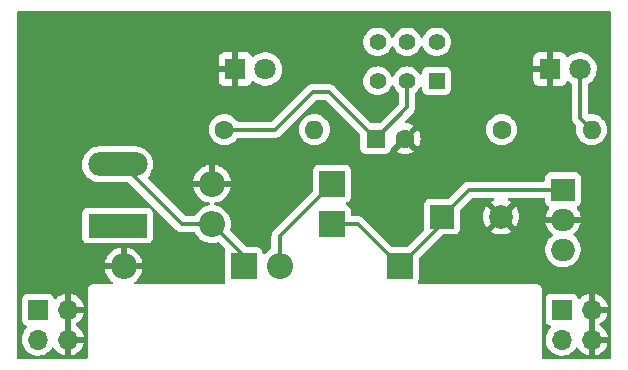
<source format=gbr>
%TF.GenerationSoftware,KiCad,Pcbnew,6.0.5-2.fc35*%
%TF.CreationDate,2022-09-23T18:32:41+02:00*%
%TF.ProjectId,Stromversorgung f_r Breadboard,5374726f-6d76-4657-9273-6f7267756e67,1*%
%TF.SameCoordinates,Original*%
%TF.FileFunction,Copper,L2,Bot*%
%TF.FilePolarity,Positive*%
%FSLAX46Y46*%
G04 Gerber Fmt 4.6, Leading zero omitted, Abs format (unit mm)*
G04 Created by KiCad (PCBNEW 6.0.5-2.fc35) date 2022-09-23 18:32:41*
%MOMM*%
%LPD*%
G01*
G04 APERTURE LIST*
%TA.AperFunction,ComponentPad*%
%ADD10R,1.800000X1.800000*%
%TD*%
%TA.AperFunction,ComponentPad*%
%ADD11C,1.800000*%
%TD*%
%TA.AperFunction,ComponentPad*%
%ADD12R,1.400000X1.400000*%
%TD*%
%TA.AperFunction,ComponentPad*%
%ADD13C,1.400000*%
%TD*%
%TA.AperFunction,ComponentPad*%
%ADD14R,2.200000X2.200000*%
%TD*%
%TA.AperFunction,ComponentPad*%
%ADD15O,2.200000X2.200000*%
%TD*%
%TA.AperFunction,ComponentPad*%
%ADD16C,1.600000*%
%TD*%
%TA.AperFunction,ComponentPad*%
%ADD17O,1.600000X1.600000*%
%TD*%
%TA.AperFunction,ComponentPad*%
%ADD18R,2.000000X2.000000*%
%TD*%
%TA.AperFunction,ComponentPad*%
%ADD19C,2.000000*%
%TD*%
%TA.AperFunction,ComponentPad*%
%ADD20R,2.000000X1.905000*%
%TD*%
%TA.AperFunction,ComponentPad*%
%ADD21O,2.000000X1.905000*%
%TD*%
%TA.AperFunction,ComponentPad*%
%ADD22R,1.600000X1.600000*%
%TD*%
%TA.AperFunction,ComponentPad*%
%ADD23R,5.020000X2.020000*%
%TD*%
%TA.AperFunction,ComponentPad*%
%ADD24O,5.020000X2.020000*%
%TD*%
%TA.AperFunction,ComponentPad*%
%ADD25R,1.700000X1.700000*%
%TD*%
%TA.AperFunction,ComponentPad*%
%ADD26O,1.700000X1.700000*%
%TD*%
%TA.AperFunction,Conductor*%
%ADD27C,0.350000*%
%TD*%
G04 APERTURE END LIST*
D10*
%TO.P,D5,1,K*%
%TO.N,/GND*%
X133295000Y-68909000D03*
D11*
%TO.P,D5,2,A*%
%TO.N,Net-(D5-Pad2)*%
X135835000Y-68909000D03*
%TD*%
D12*
%TO.P,SW1,1,A*%
%TO.N,/V_out2*%
X150332000Y-69909000D03*
D13*
%TO.P,SW1,2,B*%
%TO.N,/V_out1*%
X147832000Y-69909000D03*
%TO.P,SW1,3,C*%
%TO.N,unconnected-(SW1-Pad3)*%
X145332000Y-69909000D03*
%TO.P,SW1,4*%
%TO.N,N/C*%
X150332000Y-66609000D03*
%TO.P,SW1,5*%
X147832000Y-66609000D03*
%TO.P,SW1,6*%
X145332000Y-66609000D03*
%TD*%
D14*
%TO.P,D2,1,K*%
%TO.N,Net-(D1-Pad2)*%
X141478000Y-78613000D03*
D15*
%TO.P,D2,2,A*%
%TO.N,/GND*%
X131318000Y-78613000D03*
%TD*%
D16*
%TO.P,R1,1*%
%TO.N,/V_out1*%
X132368000Y-74041000D03*
D17*
%TO.P,R1,2*%
%TO.N,Net-(D5-Pad2)*%
X139988000Y-74041000D03*
%TD*%
D18*
%TO.P,C1,1*%
%TO.N,/V_in*%
X150794323Y-81407000D03*
D19*
%TO.P,C1,2*%
%TO.N,/GND*%
X155794323Y-81407000D03*
%TD*%
D20*
%TO.P,U1,1,VI*%
%TO.N,/V_in*%
X161036000Y-79121000D03*
D21*
%TO.P,U1,2,GND*%
%TO.N,/GND*%
X161036000Y-81661000D03*
%TO.P,U1,3,VO*%
%TO.N,/V_out1*%
X161036000Y-84201000D03*
%TD*%
D14*
%TO.P,D3,1,K*%
%TO.N,/V_in*%
X141478000Y-82042000D03*
D15*
%TO.P,D3,2,A*%
%TO.N,Net-(D3-Pad2)*%
X131318000Y-82042000D03*
%TD*%
D14*
%TO.P,D1,1,K*%
%TO.N,/V_in*%
X147193000Y-85598000D03*
D15*
%TO.P,D1,2,A*%
%TO.N,Net-(D1-Pad2)*%
X137033000Y-85598000D03*
%TD*%
D14*
%TO.P,D4,1,K*%
%TO.N,Net-(D3-Pad2)*%
X133985000Y-85598000D03*
D15*
%TO.P,D4,2,A*%
%TO.N,/GND*%
X123825000Y-85598000D03*
%TD*%
D16*
%TO.P,R2,1*%
%TO.N,/V_out2*%
X155829000Y-74041000D03*
D17*
%TO.P,R2,2*%
%TO.N,Net-(D6-Pad2)*%
X163449000Y-74041000D03*
%TD*%
D22*
%TO.P,C2,1*%
%TO.N,/V_out1*%
X145161000Y-74803000D03*
D16*
%TO.P,C2,2*%
%TO.N,/GND*%
X147661000Y-74803000D03*
%TD*%
D10*
%TO.P,D6,1,K*%
%TO.N,/GND*%
X159938000Y-68909000D03*
D11*
%TO.P,D6,2,A*%
%TO.N,Net-(D6-Pad2)*%
X162478000Y-68909000D03*
%TD*%
D23*
%TO.P,J1,1*%
%TO.N,Net-(D1-Pad2)*%
X123317000Y-82163000D03*
D24*
%TO.P,J1,2*%
%TO.N,Net-(D3-Pad2)*%
X123317000Y-76983000D03*
%TD*%
D25*
%TO.P,J3,1,Pin_1*%
%TO.N,/V_out2*%
X160931000Y-89276000D03*
D26*
%TO.P,J3,2,Pin_2*%
X160931000Y-91816000D03*
%TO.P,J3,3,Pin_3*%
%TO.N,/GND*%
X163471000Y-89276000D03*
%TO.P,J3,4,Pin_4*%
X163471000Y-91816000D03*
%TD*%
D25*
%TO.P,J2,1,Pin_1*%
%TO.N,/V_out2*%
X116581000Y-89276000D03*
D26*
%TO.P,J2,2,Pin_2*%
X116581000Y-91816000D03*
%TO.P,J2,3,Pin_3*%
%TO.N,/GND*%
X119121000Y-89276000D03*
%TO.P,J2,4,Pin_4*%
X119121000Y-91816000D03*
%TD*%
D27*
%TO.N,/V_in*%
X143637000Y-82042000D02*
X147193000Y-85598000D01*
X150794323Y-81996677D02*
X150794323Y-81407000D01*
X153080323Y-79121000D02*
X161036000Y-79121000D01*
X141478000Y-82042000D02*
X143637000Y-82042000D01*
X150794323Y-81407000D02*
X153080323Y-79121000D01*
X147193000Y-85598000D02*
X150794323Y-81996677D01*
%TO.N,/V_out1*%
X139827000Y-70866000D02*
X141224000Y-70866000D01*
X147832000Y-69909000D02*
X147832000Y-72132000D01*
X147832000Y-72132000D02*
X145161000Y-74803000D01*
X141224000Y-70866000D02*
X145161000Y-74803000D01*
X136652000Y-74041000D02*
X139827000Y-70866000D01*
X132368000Y-74041000D02*
X136652000Y-74041000D01*
%TO.N,Net-(D1-Pad2)*%
X137033000Y-85598000D02*
X137033000Y-83058000D01*
X137033000Y-83058000D02*
X141478000Y-78613000D01*
%TO.N,Net-(D3-Pad2)*%
X123317000Y-76983000D02*
X123719000Y-76983000D01*
X131318000Y-82042000D02*
X133985000Y-84709000D01*
X133985000Y-84709000D02*
X133985000Y-85598000D01*
X123719000Y-76983000D02*
X128778000Y-82042000D01*
X128778000Y-82042000D02*
X131318000Y-82042000D01*
%TO.N,Net-(D6-Pad2)*%
X162478000Y-73070000D02*
X163449000Y-74041000D01*
X162478000Y-68909000D02*
X162478000Y-73070000D01*
%TD*%
%TA.AperFunction,Conductor*%
%TO.N,/GND*%
G36*
X164973526Y-64008367D02*
G01*
X165041643Y-64028383D01*
X165088125Y-64082049D01*
X165099500Y-64134367D01*
X165099500Y-93345500D01*
X165079498Y-93413621D01*
X165025842Y-93460114D01*
X164973500Y-93471500D01*
X159384500Y-93471500D01*
X159316379Y-93451498D01*
X159269886Y-93397842D01*
X159258500Y-93345500D01*
X159258500Y-91782695D01*
X159568251Y-91782695D01*
X159581110Y-92005715D01*
X159582247Y-92010761D01*
X159582248Y-92010767D01*
X159595597Y-92070000D01*
X159630222Y-92223639D01*
X159714266Y-92430616D01*
X159830987Y-92621088D01*
X159977250Y-92789938D01*
X160149126Y-92932632D01*
X160342000Y-93045338D01*
X160550692Y-93125030D01*
X160555760Y-93126061D01*
X160555763Y-93126062D01*
X160650862Y-93145410D01*
X160769597Y-93169567D01*
X160774772Y-93169757D01*
X160774774Y-93169757D01*
X160987673Y-93177564D01*
X160987677Y-93177564D01*
X160992837Y-93177753D01*
X160997957Y-93177097D01*
X160997959Y-93177097D01*
X161209288Y-93150025D01*
X161209289Y-93150025D01*
X161214416Y-93149368D01*
X161219366Y-93147883D01*
X161423429Y-93086661D01*
X161423434Y-93086659D01*
X161428384Y-93085174D01*
X161628994Y-92986896D01*
X161810860Y-92857173D01*
X161969096Y-92699489D01*
X162028594Y-92616689D01*
X162099453Y-92518077D01*
X162100640Y-92518930D01*
X162147960Y-92475362D01*
X162217897Y-92463145D01*
X162283338Y-92490678D01*
X162311166Y-92522511D01*
X162368694Y-92616388D01*
X162374777Y-92624699D01*
X162514213Y-92785667D01*
X162521580Y-92792883D01*
X162685434Y-92928916D01*
X162693881Y-92934831D01*
X162877756Y-93042279D01*
X162887042Y-93046729D01*
X163086001Y-93122703D01*
X163095899Y-93125579D01*
X163199250Y-93146606D01*
X163213299Y-93145410D01*
X163217000Y-93135065D01*
X163217000Y-93134517D01*
X163725000Y-93134517D01*
X163729064Y-93148359D01*
X163742478Y-93150393D01*
X163749184Y-93149534D01*
X163759262Y-93147392D01*
X163963255Y-93086191D01*
X163972842Y-93082433D01*
X164164095Y-92988739D01*
X164172945Y-92983464D01*
X164346328Y-92859792D01*
X164354200Y-92853139D01*
X164505052Y-92702812D01*
X164511730Y-92694965D01*
X164636003Y-92522020D01*
X164641313Y-92513183D01*
X164735670Y-92322267D01*
X164739469Y-92312672D01*
X164801377Y-92108910D01*
X164803555Y-92098837D01*
X164804986Y-92087962D01*
X164802775Y-92073778D01*
X164789617Y-92070000D01*
X163743115Y-92070000D01*
X163727876Y-92074475D01*
X163726671Y-92075865D01*
X163725000Y-92083548D01*
X163725000Y-93134517D01*
X163217000Y-93134517D01*
X163217000Y-91543885D01*
X163725000Y-91543885D01*
X163729475Y-91559124D01*
X163730865Y-91560329D01*
X163738548Y-91562000D01*
X164789344Y-91562000D01*
X164802875Y-91558027D01*
X164804180Y-91548947D01*
X164762214Y-91381875D01*
X164758894Y-91372124D01*
X164673972Y-91176814D01*
X164669105Y-91167739D01*
X164553426Y-90988926D01*
X164547136Y-90980757D01*
X164403806Y-90823240D01*
X164396273Y-90816215D01*
X164229139Y-90684222D01*
X164220552Y-90678517D01*
X164183116Y-90657851D01*
X164133146Y-90607419D01*
X164118374Y-90537976D01*
X164143490Y-90471571D01*
X164170842Y-90444964D01*
X164346327Y-90319792D01*
X164354200Y-90313139D01*
X164505052Y-90162812D01*
X164511730Y-90154965D01*
X164636003Y-89982020D01*
X164641313Y-89973183D01*
X164735670Y-89782267D01*
X164739469Y-89772672D01*
X164801377Y-89568910D01*
X164803555Y-89558837D01*
X164804986Y-89547962D01*
X164802775Y-89533778D01*
X164789617Y-89530000D01*
X163743115Y-89530000D01*
X163727876Y-89534475D01*
X163726671Y-89535865D01*
X163725000Y-89543548D01*
X163725000Y-91543885D01*
X163217000Y-91543885D01*
X163217000Y-89003885D01*
X163725000Y-89003885D01*
X163729475Y-89019124D01*
X163730865Y-89020329D01*
X163738548Y-89022000D01*
X164789344Y-89022000D01*
X164802875Y-89018027D01*
X164804180Y-89008947D01*
X164762214Y-88841875D01*
X164758894Y-88832124D01*
X164673972Y-88636814D01*
X164669105Y-88627739D01*
X164553426Y-88448926D01*
X164547136Y-88440757D01*
X164403806Y-88283240D01*
X164396273Y-88276215D01*
X164229139Y-88144222D01*
X164220552Y-88138517D01*
X164034117Y-88035599D01*
X164024705Y-88031369D01*
X163823959Y-87960280D01*
X163813988Y-87957646D01*
X163742837Y-87944972D01*
X163729540Y-87946432D01*
X163725000Y-87960989D01*
X163725000Y-89003885D01*
X163217000Y-89003885D01*
X163217000Y-87959102D01*
X163213082Y-87945758D01*
X163198806Y-87943771D01*
X163160324Y-87949660D01*
X163150288Y-87952051D01*
X162947868Y-88018212D01*
X162938359Y-88022209D01*
X162749463Y-88120542D01*
X162740738Y-88126036D01*
X162570433Y-88253905D01*
X162562726Y-88260748D01*
X162485478Y-88341584D01*
X162423954Y-88377014D01*
X162353042Y-88373557D01*
X162295255Y-88332311D01*
X162276402Y-88298763D01*
X162234767Y-88187703D01*
X162231615Y-88179295D01*
X162144261Y-88062739D01*
X162027705Y-87975385D01*
X161891316Y-87924255D01*
X161829134Y-87917500D01*
X160032866Y-87917500D01*
X159970684Y-87924255D01*
X159834295Y-87975385D01*
X159717739Y-88062739D01*
X159630385Y-88179295D01*
X159579255Y-88315684D01*
X159572500Y-88377866D01*
X159572500Y-90174134D01*
X159579255Y-90236316D01*
X159630385Y-90372705D01*
X159717739Y-90489261D01*
X159834295Y-90576615D01*
X159842704Y-90579767D01*
X159842705Y-90579768D01*
X159951451Y-90620535D01*
X160008216Y-90663176D01*
X160032916Y-90729738D01*
X160017709Y-90799087D01*
X159998316Y-90825568D01*
X159871629Y-90958138D01*
X159745743Y-91142680D01*
X159651688Y-91345305D01*
X159591989Y-91560570D01*
X159568251Y-91782695D01*
X159258500Y-91782695D01*
X159258500Y-87638623D01*
X159258502Y-87637853D01*
X159258800Y-87589102D01*
X159258976Y-87560279D01*
X159250850Y-87531847D01*
X159247272Y-87515085D01*
X159244352Y-87494698D01*
X159243080Y-87485813D01*
X159232451Y-87462436D01*
X159226004Y-87444913D01*
X159221416Y-87428862D01*
X159218949Y-87420229D01*
X159214156Y-87412632D01*
X159203170Y-87395220D01*
X159195030Y-87380135D01*
X159192564Y-87374711D01*
X159182792Y-87353218D01*
X159166030Y-87333765D01*
X159154927Y-87318761D01*
X159141224Y-87297042D01*
X159134499Y-87291103D01*
X159134496Y-87291099D01*
X159119062Y-87277468D01*
X159107018Y-87265276D01*
X159093573Y-87249673D01*
X159093570Y-87249671D01*
X159087713Y-87242873D01*
X159074009Y-87233990D01*
X159066165Y-87228906D01*
X159051291Y-87217615D01*
X159038783Y-87206569D01*
X159038782Y-87206568D01*
X159032049Y-87200622D01*
X159005287Y-87188057D01*
X158990309Y-87179737D01*
X158973017Y-87168529D01*
X158973012Y-87168527D01*
X158965485Y-87163648D01*
X158956892Y-87161078D01*
X158956887Y-87161076D01*
X158940880Y-87156289D01*
X158923436Y-87149628D01*
X158908324Y-87142533D01*
X158908322Y-87142532D01*
X158900200Y-87138719D01*
X158891333Y-87137338D01*
X158891332Y-87137338D01*
X158880478Y-87135648D01*
X158870983Y-87134170D01*
X158854268Y-87130387D01*
X158834534Y-87124485D01*
X158834528Y-87124484D01*
X158825934Y-87121914D01*
X158816963Y-87121859D01*
X158816962Y-87121859D01*
X158806903Y-87121798D01*
X158791494Y-87121704D01*
X158790711Y-87121671D01*
X158789614Y-87121500D01*
X158758623Y-87121500D01*
X158757853Y-87121498D01*
X158684215Y-87121048D01*
X158684214Y-87121048D01*
X158680279Y-87121024D01*
X158678935Y-87121408D01*
X158677590Y-87121500D01*
X148858003Y-87121500D01*
X148789882Y-87101498D01*
X148743389Y-87047842D01*
X148733285Y-86977568D01*
X148744173Y-86944914D01*
X148743615Y-86944705D01*
X148755505Y-86912988D01*
X148794745Y-86808316D01*
X148801500Y-86746134D01*
X148801500Y-85008305D01*
X148821502Y-84940184D01*
X148838405Y-84919210D01*
X149454352Y-84303263D01*
X159526064Y-84303263D01*
X159562404Y-84540744D01*
X159577303Y-84586327D01*
X159635434Y-84764183D01*
X159635437Y-84764189D01*
X159637042Y-84769101D01*
X159639429Y-84773687D01*
X159639431Y-84773691D01*
X159685145Y-84861506D01*
X159747975Y-84982200D01*
X159751085Y-84986342D01*
X159832545Y-85094836D01*
X159892223Y-85174320D01*
X159895961Y-85177892D01*
X160050827Y-85325885D01*
X160065912Y-85340301D01*
X160264378Y-85475686D01*
X160269061Y-85477860D01*
X160269065Y-85477862D01*
X160477595Y-85574658D01*
X160477599Y-85574659D01*
X160482290Y-85576837D01*
X160713798Y-85641040D01*
X160718935Y-85641589D01*
X160906593Y-85661644D01*
X160906601Y-85661644D01*
X160909928Y-85662000D01*
X161144402Y-85662000D01*
X161146975Y-85661788D01*
X161146986Y-85661788D01*
X161247946Y-85653487D01*
X161322937Y-85647322D01*
X161555944Y-85588794D01*
X161684771Y-85532779D01*
X161771526Y-85495057D01*
X161771529Y-85495055D01*
X161776263Y-85492997D01*
X161977977Y-85362502D01*
X162155670Y-85200814D01*
X162239366Y-85094836D01*
X162301367Y-85016330D01*
X162301370Y-85016325D01*
X162304568Y-85012276D01*
X162318885Y-84986342D01*
X162418177Y-84806474D01*
X162418179Y-84806470D01*
X162420674Y-84801950D01*
X162500870Y-84575485D01*
X162506183Y-84545659D01*
X162542095Y-84344052D01*
X162542096Y-84344046D01*
X162543001Y-84338963D01*
X162545201Y-84158936D01*
X162545873Y-84103907D01*
X162545873Y-84103905D01*
X162545936Y-84098737D01*
X162509596Y-83861256D01*
X162448914Y-83675598D01*
X162436566Y-83637817D01*
X162436563Y-83637811D01*
X162434958Y-83632899D01*
X162427322Y-83618229D01*
X162326416Y-83424393D01*
X162324025Y-83419800D01*
X162252985Y-83325184D01*
X162182882Y-83231815D01*
X162182880Y-83231812D01*
X162179777Y-83227680D01*
X162027221Y-83081894D01*
X162009825Y-83065270D01*
X162009824Y-83065269D01*
X162006088Y-83061699D01*
X161968649Y-83036160D01*
X161923648Y-82981249D01*
X161915477Y-82910725D01*
X161946731Y-82846978D01*
X161971210Y-82826284D01*
X161973326Y-82824915D01*
X161981498Y-82818622D01*
X162151480Y-82663950D01*
X162158506Y-82656417D01*
X162300945Y-82476056D01*
X162306650Y-82467469D01*
X162417714Y-82266278D01*
X162421944Y-82256866D01*
X162498659Y-82040232D01*
X162501293Y-82030261D01*
X162518647Y-81932837D01*
X162517187Y-81919540D01*
X162502630Y-81915000D01*
X159567904Y-81915000D01*
X159554560Y-81918918D01*
X159552573Y-81933194D01*
X159562110Y-81995515D01*
X159564499Y-82005543D01*
X159635898Y-82223988D01*
X159639895Y-82233497D01*
X159746011Y-82437344D01*
X159751505Y-82446069D01*
X159889493Y-82629852D01*
X159896336Y-82637559D01*
X160062491Y-82796339D01*
X160070498Y-82802823D01*
X160103356Y-82825237D01*
X160148359Y-82880148D01*
X160156532Y-82950672D01*
X160125278Y-83014420D01*
X160100796Y-83035116D01*
X160099181Y-83036161D01*
X160094023Y-83039498D01*
X159916330Y-83201186D01*
X159875950Y-83252316D01*
X159770633Y-83385670D01*
X159770630Y-83385675D01*
X159767432Y-83389724D01*
X159764939Y-83394240D01*
X159764937Y-83394243D01*
X159655430Y-83592615D01*
X159651326Y-83600050D01*
X159649602Y-83604919D01*
X159649600Y-83604923D01*
X159572856Y-83821640D01*
X159571130Y-83826515D01*
X159570223Y-83831608D01*
X159570222Y-83831611D01*
X159530828Y-84052771D01*
X159528999Y-84063037D01*
X159528936Y-84068201D01*
X159526673Y-84253451D01*
X159526064Y-84303263D01*
X149454352Y-84303263D01*
X150805210Y-82952405D01*
X150867522Y-82918379D01*
X150894305Y-82915500D01*
X151842457Y-82915500D01*
X151904639Y-82908745D01*
X152041028Y-82857615D01*
X152157584Y-82770261D01*
X152244938Y-82653705D01*
X152250199Y-82639670D01*
X154926483Y-82639670D01*
X154932210Y-82647320D01*
X155103365Y-82752205D01*
X155112160Y-82756687D01*
X155322311Y-82843734D01*
X155331696Y-82846783D01*
X155552877Y-82899885D01*
X155562624Y-82901428D01*
X155789393Y-82919275D01*
X155799253Y-82919275D01*
X156026022Y-82901428D01*
X156035769Y-82899885D01*
X156256950Y-82846783D01*
X156266335Y-82843734D01*
X156476486Y-82756687D01*
X156485281Y-82752205D01*
X156652768Y-82649568D01*
X156662230Y-82639110D01*
X156658447Y-82630334D01*
X155807135Y-81779022D01*
X155793191Y-81771408D01*
X155791358Y-81771539D01*
X155784743Y-81775790D01*
X154933243Y-82627290D01*
X154926483Y-82639670D01*
X152250199Y-82639670D01*
X152296068Y-82517316D01*
X152302823Y-82455134D01*
X152302823Y-81411930D01*
X154282048Y-81411930D01*
X154299895Y-81638699D01*
X154301438Y-81648446D01*
X154354540Y-81869627D01*
X154357589Y-81879012D01*
X154444636Y-82089163D01*
X154449118Y-82097958D01*
X154551755Y-82265445D01*
X154562213Y-82274907D01*
X154570989Y-82271124D01*
X155422301Y-81419812D01*
X155428679Y-81408132D01*
X156158731Y-81408132D01*
X156158862Y-81409965D01*
X156163113Y-81416580D01*
X157014613Y-82268080D01*
X157026993Y-82274840D01*
X157034643Y-82269113D01*
X157139528Y-82097958D01*
X157144010Y-82089163D01*
X157231057Y-81879012D01*
X157234106Y-81869627D01*
X157287208Y-81648446D01*
X157288751Y-81638699D01*
X157306598Y-81411930D01*
X157306598Y-81402070D01*
X157288751Y-81175301D01*
X157287208Y-81165554D01*
X157234106Y-80944373D01*
X157231057Y-80934988D01*
X157144010Y-80724837D01*
X157139528Y-80716042D01*
X157036891Y-80548555D01*
X157026433Y-80539093D01*
X157017657Y-80542876D01*
X156166345Y-81394188D01*
X156158731Y-81408132D01*
X155428679Y-81408132D01*
X155429915Y-81405868D01*
X155429784Y-81404035D01*
X155425533Y-81397420D01*
X154574033Y-80545920D01*
X154561653Y-80539160D01*
X154554003Y-80544887D01*
X154449118Y-80716042D01*
X154444636Y-80724837D01*
X154357589Y-80934988D01*
X154354540Y-80944373D01*
X154301438Y-81165554D01*
X154299895Y-81175301D01*
X154282048Y-81402070D01*
X154282048Y-81411930D01*
X152302823Y-81411930D01*
X152302823Y-80917305D01*
X152322825Y-80849184D01*
X152339728Y-80828210D01*
X153326533Y-79841405D01*
X153388845Y-79807379D01*
X153415628Y-79804500D01*
X155089060Y-79804500D01*
X155157181Y-79824502D01*
X155203674Y-79878158D01*
X155213778Y-79948432D01*
X155184284Y-80013012D01*
X155137278Y-80046909D01*
X155112160Y-80057313D01*
X155103365Y-80061795D01*
X154935878Y-80164432D01*
X154926416Y-80174890D01*
X154930199Y-80183666D01*
X155781511Y-81034978D01*
X155795455Y-81042592D01*
X155797288Y-81042461D01*
X155803903Y-81038210D01*
X156655403Y-80186710D01*
X156662163Y-80174330D01*
X156656436Y-80166680D01*
X156485281Y-80061795D01*
X156476486Y-80057313D01*
X156451368Y-80046909D01*
X156396087Y-80002361D01*
X156373666Y-79934997D01*
X156391224Y-79866206D01*
X156443186Y-79817828D01*
X156499586Y-79804500D01*
X159401500Y-79804500D01*
X159469621Y-79824502D01*
X159516114Y-79878158D01*
X159527500Y-79930500D01*
X159527500Y-80121634D01*
X159534255Y-80183816D01*
X159585385Y-80320205D01*
X159672739Y-80436761D01*
X159789295Y-80524115D01*
X159808368Y-80531265D01*
X159809683Y-80531758D01*
X159866447Y-80574401D01*
X159891146Y-80640962D01*
X159875938Y-80710311D01*
X159864334Y-80727832D01*
X159771055Y-80845944D01*
X159765350Y-80854531D01*
X159654286Y-81055722D01*
X159650056Y-81065134D01*
X159573341Y-81281768D01*
X159570707Y-81291739D01*
X159553353Y-81389163D01*
X159554813Y-81402460D01*
X159569370Y-81407000D01*
X162504096Y-81407000D01*
X162517440Y-81403082D01*
X162519427Y-81388806D01*
X162509890Y-81326485D01*
X162507501Y-81316457D01*
X162436102Y-81098012D01*
X162432105Y-81088503D01*
X162325989Y-80884656D01*
X162320500Y-80875939D01*
X162207098Y-80724901D01*
X162182193Y-80658416D01*
X162197186Y-80589020D01*
X162247316Y-80538747D01*
X162263625Y-80531268D01*
X162282705Y-80524115D01*
X162399261Y-80436761D01*
X162486615Y-80320205D01*
X162537745Y-80183816D01*
X162544500Y-80121634D01*
X162544500Y-78120366D01*
X162537745Y-78058184D01*
X162486615Y-77921795D01*
X162399261Y-77805239D01*
X162282705Y-77717885D01*
X162146316Y-77666755D01*
X162084134Y-77660000D01*
X159987866Y-77660000D01*
X159925684Y-77666755D01*
X159789295Y-77717885D01*
X159672739Y-77805239D01*
X159585385Y-77921795D01*
X159534255Y-78058184D01*
X159527500Y-78120366D01*
X159527500Y-78311500D01*
X159507498Y-78379621D01*
X159453842Y-78426114D01*
X159401500Y-78437500D01*
X153108368Y-78437500D01*
X153099799Y-78437208D01*
X153051865Y-78433940D01*
X153051861Y-78433940D01*
X153044289Y-78433424D01*
X153036812Y-78434729D01*
X153036809Y-78434729D01*
X152983676Y-78444002D01*
X152977152Y-78444965D01*
X152923632Y-78451442D01*
X152916088Y-78452355D01*
X152908978Y-78455042D01*
X152904075Y-78456246D01*
X152893589Y-78459114D01*
X152888797Y-78460561D01*
X152881319Y-78461866D01*
X152874367Y-78464918D01*
X152874366Y-78464918D01*
X152824982Y-78486595D01*
X152818877Y-78489086D01*
X152768441Y-78508145D01*
X152768438Y-78508147D01*
X152761334Y-78510831D01*
X152755077Y-78515131D01*
X152750609Y-78517467D01*
X152741163Y-78522725D01*
X152736797Y-78525307D01*
X152729838Y-78528362D01*
X152681019Y-78565823D01*
X152675700Y-78569686D01*
X152637002Y-78596283D01*
X152624997Y-78604534D01*
X152619946Y-78610203D01*
X152585091Y-78649323D01*
X152580110Y-78654598D01*
X151373113Y-79861595D01*
X151310801Y-79895621D01*
X151284018Y-79898500D01*
X149746189Y-79898500D01*
X149684007Y-79905255D01*
X149547618Y-79956385D01*
X149431062Y-80043739D01*
X149343708Y-80160295D01*
X149292578Y-80296684D01*
X149285823Y-80358866D01*
X149285823Y-82455134D01*
X149286191Y-82458524D01*
X149286192Y-82458538D01*
X149287478Y-82470375D01*
X149274949Y-82540257D01*
X149251310Y-82573075D01*
X147871790Y-83952595D01*
X147809478Y-83986621D01*
X147782695Y-83989500D01*
X146603305Y-83989500D01*
X146535184Y-83969498D01*
X146514210Y-83952595D01*
X144140156Y-81578541D01*
X144134302Y-81572276D01*
X144113317Y-81548221D01*
X144097710Y-81530330D01*
X144047345Y-81494934D01*
X144042077Y-81491020D01*
X143999649Y-81457752D01*
X143993672Y-81453065D01*
X143986748Y-81449939D01*
X143982439Y-81447329D01*
X143973024Y-81441958D01*
X143968576Y-81439573D01*
X143962361Y-81435205D01*
X143905039Y-81412856D01*
X143898971Y-81410306D01*
X143842895Y-81384986D01*
X143835418Y-81383600D01*
X143830598Y-81382090D01*
X143820165Y-81379118D01*
X143815304Y-81377870D01*
X143808228Y-81375111D01*
X143747238Y-81367082D01*
X143740722Y-81366050D01*
X143687700Y-81356223D01*
X143680233Y-81354839D01*
X143672653Y-81355276D01*
X143672652Y-81355276D01*
X143620358Y-81358291D01*
X143613106Y-81358500D01*
X143212500Y-81358500D01*
X143144379Y-81338498D01*
X143097886Y-81284842D01*
X143086500Y-81232500D01*
X143086500Y-80893866D01*
X143079745Y-80831684D01*
X143028615Y-80695295D01*
X142941261Y-80578739D01*
X142824705Y-80491385D01*
X142702259Y-80445482D01*
X142645495Y-80402840D01*
X142620795Y-80336279D01*
X142636002Y-80266930D01*
X142686288Y-80216812D01*
X142702259Y-80209518D01*
X142816297Y-80166767D01*
X142824705Y-80163615D01*
X142941261Y-80076261D01*
X143028615Y-79959705D01*
X143079745Y-79823316D01*
X143086500Y-79761134D01*
X143086500Y-77464866D01*
X143079745Y-77402684D01*
X143028615Y-77266295D01*
X142941261Y-77149739D01*
X142824705Y-77062385D01*
X142688316Y-77011255D01*
X142626134Y-77004500D01*
X140329866Y-77004500D01*
X140267684Y-77011255D01*
X140131295Y-77062385D01*
X140014739Y-77149739D01*
X139927385Y-77266295D01*
X139876255Y-77402684D01*
X139869500Y-77464866D01*
X139869500Y-79202695D01*
X139849498Y-79270816D01*
X139832595Y-79291790D01*
X136569541Y-82554844D01*
X136563276Y-82560698D01*
X136521330Y-82597290D01*
X136485934Y-82647655D01*
X136482022Y-82652920D01*
X136444065Y-82701328D01*
X136440939Y-82708252D01*
X136438329Y-82712561D01*
X136432958Y-82721976D01*
X136430573Y-82726424D01*
X136426205Y-82732639D01*
X136409439Y-82775642D01*
X136403858Y-82789957D01*
X136401306Y-82796029D01*
X136375986Y-82852105D01*
X136374600Y-82859582D01*
X136373090Y-82864402D01*
X136370118Y-82874835D01*
X136368870Y-82879696D01*
X136366111Y-82886772D01*
X136363106Y-82909598D01*
X136358082Y-82947762D01*
X136357050Y-82954278D01*
X136345839Y-83014767D01*
X136346276Y-83022347D01*
X136346276Y-83022348D01*
X136349291Y-83074642D01*
X136349500Y-83081894D01*
X136349500Y-84059792D01*
X136329498Y-84127913D01*
X136289336Y-84167224D01*
X136084624Y-84292672D01*
X135892102Y-84457102D01*
X135888894Y-84460858D01*
X135815311Y-84547012D01*
X135755860Y-84585821D01*
X135684865Y-84586327D01*
X135624867Y-84548371D01*
X135594914Y-84484002D01*
X135593500Y-84465181D01*
X135593500Y-84449866D01*
X135586745Y-84387684D01*
X135535615Y-84251295D01*
X135448261Y-84134739D01*
X135331705Y-84047385D01*
X135195316Y-83996255D01*
X135133134Y-83989500D01*
X134284305Y-83989500D01*
X134216184Y-83969498D01*
X134195210Y-83952595D01*
X132888985Y-82646370D01*
X132854959Y-82584058D01*
X132855561Y-82527861D01*
X132910454Y-82299216D01*
X132910455Y-82299210D01*
X132911609Y-82294403D01*
X132931474Y-82042000D01*
X132911609Y-81789597D01*
X132909071Y-81779022D01*
X132853660Y-81548221D01*
X132852505Y-81543409D01*
X132847088Y-81530330D01*
X132757511Y-81314072D01*
X132757509Y-81314068D01*
X132755616Y-81309498D01*
X132623328Y-81093624D01*
X132458898Y-80901102D01*
X132266376Y-80736672D01*
X132050502Y-80604384D01*
X132045932Y-80602491D01*
X132045928Y-80602489D01*
X131821164Y-80509389D01*
X131821162Y-80509388D01*
X131816591Y-80507495D01*
X131576114Y-80449762D01*
X131514545Y-80414410D01*
X131481862Y-80351383D01*
X131488442Y-80280692D01*
X131532197Y-80224781D01*
X131576114Y-80204724D01*
X131811624Y-80148183D01*
X131821009Y-80145134D01*
X132045700Y-80052064D01*
X132054494Y-80047583D01*
X132261867Y-79920504D01*
X132269840Y-79914711D01*
X132454787Y-79756751D01*
X132461751Y-79749787D01*
X132619711Y-79564840D01*
X132625504Y-79556867D01*
X132752583Y-79349494D01*
X132757064Y-79340700D01*
X132850134Y-79116009D01*
X132853183Y-79106624D01*
X132906483Y-78884615D01*
X132905778Y-78870530D01*
X132896899Y-78867000D01*
X129743403Y-78867000D01*
X129729872Y-78870973D01*
X129728512Y-78880431D01*
X129782817Y-79106624D01*
X129785866Y-79116009D01*
X129878936Y-79340700D01*
X129883417Y-79349494D01*
X130010496Y-79556867D01*
X130016289Y-79564840D01*
X130174249Y-79749787D01*
X130181213Y-79756751D01*
X130366160Y-79914711D01*
X130374133Y-79920504D01*
X130581506Y-80047583D01*
X130590300Y-80052064D01*
X130814991Y-80145134D01*
X130824376Y-80148183D01*
X131059886Y-80204724D01*
X131121455Y-80240076D01*
X131154138Y-80303103D01*
X131147558Y-80373794D01*
X131103803Y-80429705D01*
X131059886Y-80449762D01*
X130819409Y-80507495D01*
X130814838Y-80509388D01*
X130814836Y-80509389D01*
X130590072Y-80602489D01*
X130590068Y-80602491D01*
X130585498Y-80604384D01*
X130369624Y-80736672D01*
X130177102Y-80901102D01*
X130012672Y-81093624D01*
X129891267Y-81291739D01*
X129887225Y-81298335D01*
X129834577Y-81345966D01*
X129779792Y-81358500D01*
X129113304Y-81358500D01*
X129045183Y-81338498D01*
X129024209Y-81321595D01*
X126044000Y-78341385D01*
X129729517Y-78341385D01*
X129730222Y-78355470D01*
X129739101Y-78359000D01*
X131045885Y-78359000D01*
X131061124Y-78354525D01*
X131062329Y-78353135D01*
X131064000Y-78345452D01*
X131064000Y-78340885D01*
X131572000Y-78340885D01*
X131576475Y-78356124D01*
X131577865Y-78357329D01*
X131585548Y-78359000D01*
X132892597Y-78359000D01*
X132906128Y-78355027D01*
X132907488Y-78345569D01*
X132853183Y-78119376D01*
X132850134Y-78109991D01*
X132757064Y-77885300D01*
X132752583Y-77876506D01*
X132625504Y-77669133D01*
X132619711Y-77661160D01*
X132461751Y-77476213D01*
X132454787Y-77469249D01*
X132269840Y-77311289D01*
X132261867Y-77305496D01*
X132054494Y-77178417D01*
X132045700Y-77173936D01*
X131821009Y-77080866D01*
X131811624Y-77077817D01*
X131589615Y-77024517D01*
X131575530Y-77025222D01*
X131572000Y-77034101D01*
X131572000Y-78340885D01*
X131064000Y-78340885D01*
X131064000Y-77038403D01*
X131060027Y-77024872D01*
X131050569Y-77023512D01*
X130824376Y-77077817D01*
X130814991Y-77080866D01*
X130590300Y-77173936D01*
X130581506Y-77178417D01*
X130374133Y-77305496D01*
X130366160Y-77311289D01*
X130181213Y-77469249D01*
X130174249Y-77476213D01*
X130016289Y-77661160D01*
X130010496Y-77669133D01*
X129883417Y-77876506D01*
X129878936Y-77885300D01*
X129785866Y-78109991D01*
X129782817Y-78119376D01*
X129729517Y-78341385D01*
X126044000Y-78341385D01*
X125917119Y-78214504D01*
X125883093Y-78152192D01*
X125888158Y-78081376D01*
X125913249Y-78041580D01*
X125912871Y-78041270D01*
X125915337Y-78038268D01*
X125915337Y-78038267D01*
X125916085Y-78037357D01*
X125916090Y-78037352D01*
X126064760Y-77856358D01*
X126067972Y-77852448D01*
X126190888Y-77641257D01*
X126278457Y-77413130D01*
X126279492Y-77408177D01*
X126327393Y-77178889D01*
X126327393Y-77178885D01*
X126328427Y-77173938D01*
X126339512Y-76929833D01*
X126323571Y-76792062D01*
X126312008Y-76692123D01*
X126312007Y-76692119D01*
X126311426Y-76687096D01*
X126244893Y-76451971D01*
X126141623Y-76230509D01*
X126004275Y-76028407D01*
X125836380Y-75850863D01*
X125726011Y-75766479D01*
X125646286Y-75705525D01*
X125646285Y-75705524D01*
X125642260Y-75702447D01*
X125426908Y-75586976D01*
X125195864Y-75507422D01*
X125039210Y-75480363D01*
X124958983Y-75466505D01*
X124958977Y-75466504D01*
X124955073Y-75465830D01*
X124951112Y-75465650D01*
X124951111Y-75465650D01*
X124927204Y-75464564D01*
X124927185Y-75464564D01*
X124925785Y-75464500D01*
X121755601Y-75464500D01*
X121753093Y-75464702D01*
X121753088Y-75464702D01*
X121578472Y-75478751D01*
X121578467Y-75478752D01*
X121573431Y-75479157D01*
X121568523Y-75480363D01*
X121568520Y-75480363D01*
X121388798Y-75524507D01*
X121336128Y-75537444D01*
X121331476Y-75539419D01*
X121331472Y-75539420D01*
X121115851Y-75630946D01*
X121111196Y-75632922D01*
X120904423Y-75763134D01*
X120721129Y-75924730D01*
X120566028Y-76113552D01*
X120443112Y-76324743D01*
X120355543Y-76552870D01*
X120354509Y-76557820D01*
X120354508Y-76557823D01*
X120327502Y-76687096D01*
X120305573Y-76792062D01*
X120294488Y-77036167D01*
X120295069Y-77041187D01*
X120295069Y-77041191D01*
X120320284Y-77259109D01*
X120322574Y-77278904D01*
X120389107Y-77514029D01*
X120492377Y-77735491D01*
X120495218Y-77739671D01*
X120495220Y-77739675D01*
X120544657Y-77812419D01*
X120629725Y-77937593D01*
X120797620Y-78115137D01*
X120801646Y-78118215D01*
X120801647Y-78118216D01*
X120987714Y-78260475D01*
X120991740Y-78263553D01*
X121207092Y-78379024D01*
X121438136Y-78458578D01*
X121563644Y-78480257D01*
X121675017Y-78499495D01*
X121675023Y-78499496D01*
X121678927Y-78500170D01*
X121682888Y-78500350D01*
X121682889Y-78500350D01*
X121706796Y-78501436D01*
X121706815Y-78501436D01*
X121708215Y-78501500D01*
X124218695Y-78501500D01*
X124286816Y-78521502D01*
X124307790Y-78538405D01*
X128274844Y-82505459D01*
X128280698Y-82511724D01*
X128317290Y-82553670D01*
X128367626Y-82589046D01*
X128372912Y-82592972D01*
X128421328Y-82630935D01*
X128428249Y-82634060D01*
X128432564Y-82636673D01*
X128441976Y-82642042D01*
X128446424Y-82644427D01*
X128452639Y-82648795D01*
X128459716Y-82651554D01*
X128509952Y-82671140D01*
X128516034Y-82673697D01*
X128540368Y-82684684D01*
X128572104Y-82699014D01*
X128579576Y-82700399D01*
X128584427Y-82701919D01*
X128594757Y-82704862D01*
X128599696Y-82706130D01*
X128606772Y-82708889D01*
X128614303Y-82709881D01*
X128614305Y-82709881D01*
X128667785Y-82716922D01*
X128674279Y-82717950D01*
X128734767Y-82729160D01*
X128742348Y-82728723D01*
X128742349Y-82728723D01*
X128794631Y-82725709D01*
X128801883Y-82725500D01*
X129779792Y-82725500D01*
X129847913Y-82745502D01*
X129887224Y-82785664D01*
X130012672Y-82990376D01*
X130177102Y-83182898D01*
X130369624Y-83347328D01*
X130585498Y-83479616D01*
X130590068Y-83481509D01*
X130590072Y-83481511D01*
X130814836Y-83574611D01*
X130819409Y-83576505D01*
X130886513Y-83592615D01*
X131060784Y-83634454D01*
X131060790Y-83634455D01*
X131065597Y-83635609D01*
X131318000Y-83655474D01*
X131570403Y-83635609D01*
X131575210Y-83634455D01*
X131575216Y-83634454D01*
X131789087Y-83583108D01*
X131803862Y-83579561D01*
X131874769Y-83583108D01*
X131922370Y-83612985D01*
X132413231Y-84103846D01*
X132447257Y-84166158D01*
X132442192Y-84236973D01*
X132437608Y-84246994D01*
X132434385Y-84251295D01*
X132383255Y-84387684D01*
X132376500Y-84449866D01*
X132376500Y-86746134D01*
X132383255Y-86808316D01*
X132422495Y-86912988D01*
X132434385Y-86944705D01*
X132432774Y-86945309D01*
X132445686Y-87004353D01*
X132420947Y-87070900D01*
X132364157Y-87113508D01*
X132319997Y-87121500D01*
X124858697Y-87121500D01*
X124790576Y-87101498D01*
X124744083Y-87047842D01*
X124733979Y-86977568D01*
X124763473Y-86912988D01*
X124776866Y-86899689D01*
X124961787Y-86741751D01*
X124968751Y-86734787D01*
X125126711Y-86549840D01*
X125132504Y-86541867D01*
X125259583Y-86334494D01*
X125264064Y-86325700D01*
X125357134Y-86101009D01*
X125360183Y-86091624D01*
X125413483Y-85869615D01*
X125412778Y-85855530D01*
X125403899Y-85852000D01*
X122250403Y-85852000D01*
X122236872Y-85855973D01*
X122235512Y-85865431D01*
X122289817Y-86091624D01*
X122292866Y-86101009D01*
X122385936Y-86325700D01*
X122390417Y-86334494D01*
X122517496Y-86541867D01*
X122523289Y-86549840D01*
X122681249Y-86734787D01*
X122688213Y-86741751D01*
X122873134Y-86899689D01*
X122911943Y-86959140D01*
X122912449Y-87030134D01*
X122874493Y-87090133D01*
X122810124Y-87120086D01*
X122791303Y-87121500D01*
X121293623Y-87121500D01*
X121292853Y-87121498D01*
X121292037Y-87121493D01*
X121215279Y-87121024D01*
X121192918Y-87127415D01*
X121186847Y-87129150D01*
X121170085Y-87132728D01*
X121140813Y-87136920D01*
X121132645Y-87140634D01*
X121132644Y-87140634D01*
X121117438Y-87147548D01*
X121099914Y-87153996D01*
X121075229Y-87161051D01*
X121067635Y-87165843D01*
X121067632Y-87165844D01*
X121050220Y-87176830D01*
X121035137Y-87184969D01*
X121008218Y-87197208D01*
X121001416Y-87203069D01*
X120988765Y-87213970D01*
X120973761Y-87225073D01*
X120952042Y-87238776D01*
X120946103Y-87245501D01*
X120946099Y-87245504D01*
X120932468Y-87260938D01*
X120920276Y-87272982D01*
X120904673Y-87286427D01*
X120904671Y-87286430D01*
X120897873Y-87292287D01*
X120892993Y-87299816D01*
X120892992Y-87299817D01*
X120883906Y-87313835D01*
X120872615Y-87328709D01*
X120861569Y-87341217D01*
X120855622Y-87347951D01*
X120849312Y-87361391D01*
X120843058Y-87374711D01*
X120834737Y-87389691D01*
X120823529Y-87406983D01*
X120823527Y-87406988D01*
X120818648Y-87414515D01*
X120816078Y-87423108D01*
X120816076Y-87423113D01*
X120811289Y-87439120D01*
X120804628Y-87456564D01*
X120797533Y-87471676D01*
X120793719Y-87479800D01*
X120792338Y-87488667D01*
X120792338Y-87488668D01*
X120789170Y-87509015D01*
X120785387Y-87525732D01*
X120779485Y-87545466D01*
X120779484Y-87545472D01*
X120776914Y-87554066D01*
X120776859Y-87563037D01*
X120776859Y-87563038D01*
X120776704Y-87588497D01*
X120776671Y-87589289D01*
X120776500Y-87590386D01*
X120776500Y-87621377D01*
X120776498Y-87622147D01*
X120776024Y-87699721D01*
X120776408Y-87701065D01*
X120776500Y-87702410D01*
X120776500Y-93345500D01*
X120756498Y-93413621D01*
X120702842Y-93460114D01*
X120650500Y-93471500D01*
X114934854Y-93471500D01*
X114866733Y-93451498D01*
X114820240Y-93397842D01*
X114808854Y-93345430D01*
X114808948Y-93177753D01*
X114809726Y-91782695D01*
X115218251Y-91782695D01*
X115231110Y-92005715D01*
X115232247Y-92010761D01*
X115232248Y-92010767D01*
X115245597Y-92070000D01*
X115280222Y-92223639D01*
X115364266Y-92430616D01*
X115480987Y-92621088D01*
X115627250Y-92789938D01*
X115799126Y-92932632D01*
X115992000Y-93045338D01*
X116200692Y-93125030D01*
X116205760Y-93126061D01*
X116205763Y-93126062D01*
X116300862Y-93145410D01*
X116419597Y-93169567D01*
X116424772Y-93169757D01*
X116424774Y-93169757D01*
X116637673Y-93177564D01*
X116637677Y-93177564D01*
X116642837Y-93177753D01*
X116647957Y-93177097D01*
X116647959Y-93177097D01*
X116859288Y-93150025D01*
X116859289Y-93150025D01*
X116864416Y-93149368D01*
X116869366Y-93147883D01*
X117073429Y-93086661D01*
X117073434Y-93086659D01*
X117078384Y-93085174D01*
X117278994Y-92986896D01*
X117460860Y-92857173D01*
X117619096Y-92699489D01*
X117678594Y-92616689D01*
X117749453Y-92518077D01*
X117750640Y-92518930D01*
X117797960Y-92475362D01*
X117867897Y-92463145D01*
X117933338Y-92490678D01*
X117961166Y-92522511D01*
X118018694Y-92616388D01*
X118024777Y-92624699D01*
X118164213Y-92785667D01*
X118171580Y-92792883D01*
X118335434Y-92928916D01*
X118343881Y-92934831D01*
X118527756Y-93042279D01*
X118537042Y-93046729D01*
X118736001Y-93122703D01*
X118745899Y-93125579D01*
X118849250Y-93146606D01*
X118863299Y-93145410D01*
X118867000Y-93135065D01*
X118867000Y-93134517D01*
X119375000Y-93134517D01*
X119379064Y-93148359D01*
X119392478Y-93150393D01*
X119399184Y-93149534D01*
X119409262Y-93147392D01*
X119613255Y-93086191D01*
X119622842Y-93082433D01*
X119814095Y-92988739D01*
X119822945Y-92983464D01*
X119996328Y-92859792D01*
X120004200Y-92853139D01*
X120155052Y-92702812D01*
X120161730Y-92694965D01*
X120286003Y-92522020D01*
X120291313Y-92513183D01*
X120385670Y-92322267D01*
X120389469Y-92312672D01*
X120451377Y-92108910D01*
X120453555Y-92098837D01*
X120454986Y-92087962D01*
X120452775Y-92073778D01*
X120439617Y-92070000D01*
X119393115Y-92070000D01*
X119377876Y-92074475D01*
X119376671Y-92075865D01*
X119375000Y-92083548D01*
X119375000Y-93134517D01*
X118867000Y-93134517D01*
X118867000Y-91543885D01*
X119375000Y-91543885D01*
X119379475Y-91559124D01*
X119380865Y-91560329D01*
X119388548Y-91562000D01*
X120439344Y-91562000D01*
X120452875Y-91558027D01*
X120454180Y-91548947D01*
X120412214Y-91381875D01*
X120408894Y-91372124D01*
X120323972Y-91176814D01*
X120319105Y-91167739D01*
X120203426Y-90988926D01*
X120197136Y-90980757D01*
X120053806Y-90823240D01*
X120046273Y-90816215D01*
X119879139Y-90684222D01*
X119870552Y-90678517D01*
X119833116Y-90657851D01*
X119783146Y-90607419D01*
X119768374Y-90537976D01*
X119793490Y-90471571D01*
X119820842Y-90444964D01*
X119996327Y-90319792D01*
X120004200Y-90313139D01*
X120155052Y-90162812D01*
X120161730Y-90154965D01*
X120286003Y-89982020D01*
X120291313Y-89973183D01*
X120385670Y-89782267D01*
X120389469Y-89772672D01*
X120451377Y-89568910D01*
X120453555Y-89558837D01*
X120454986Y-89547962D01*
X120452775Y-89533778D01*
X120439617Y-89530000D01*
X119393115Y-89530000D01*
X119377876Y-89534475D01*
X119376671Y-89535865D01*
X119375000Y-89543548D01*
X119375000Y-91543885D01*
X118867000Y-91543885D01*
X118867000Y-89003885D01*
X119375000Y-89003885D01*
X119379475Y-89019124D01*
X119380865Y-89020329D01*
X119388548Y-89022000D01*
X120439344Y-89022000D01*
X120452875Y-89018027D01*
X120454180Y-89008947D01*
X120412214Y-88841875D01*
X120408894Y-88832124D01*
X120323972Y-88636814D01*
X120319105Y-88627739D01*
X120203426Y-88448926D01*
X120197136Y-88440757D01*
X120053806Y-88283240D01*
X120046273Y-88276215D01*
X119879139Y-88144222D01*
X119870552Y-88138517D01*
X119684117Y-88035599D01*
X119674705Y-88031369D01*
X119473959Y-87960280D01*
X119463988Y-87957646D01*
X119392837Y-87944972D01*
X119379540Y-87946432D01*
X119375000Y-87960989D01*
X119375000Y-89003885D01*
X118867000Y-89003885D01*
X118867000Y-87959102D01*
X118863082Y-87945758D01*
X118848806Y-87943771D01*
X118810324Y-87949660D01*
X118800288Y-87952051D01*
X118597868Y-88018212D01*
X118588359Y-88022209D01*
X118399463Y-88120542D01*
X118390738Y-88126036D01*
X118220433Y-88253905D01*
X118212726Y-88260748D01*
X118135478Y-88341584D01*
X118073954Y-88377014D01*
X118003042Y-88373557D01*
X117945255Y-88332311D01*
X117926402Y-88298763D01*
X117884767Y-88187703D01*
X117881615Y-88179295D01*
X117794261Y-88062739D01*
X117677705Y-87975385D01*
X117541316Y-87924255D01*
X117479134Y-87917500D01*
X115682866Y-87917500D01*
X115620684Y-87924255D01*
X115484295Y-87975385D01*
X115367739Y-88062739D01*
X115280385Y-88179295D01*
X115229255Y-88315684D01*
X115222500Y-88377866D01*
X115222500Y-90174134D01*
X115229255Y-90236316D01*
X115280385Y-90372705D01*
X115367739Y-90489261D01*
X115484295Y-90576615D01*
X115492704Y-90579767D01*
X115492705Y-90579768D01*
X115601451Y-90620535D01*
X115658216Y-90663176D01*
X115682916Y-90729738D01*
X115667709Y-90799087D01*
X115648316Y-90825568D01*
X115521629Y-90958138D01*
X115395743Y-91142680D01*
X115301688Y-91345305D01*
X115241989Y-91560570D01*
X115218251Y-91782695D01*
X114809726Y-91782695D01*
X114813325Y-85326385D01*
X122236517Y-85326385D01*
X122237222Y-85340470D01*
X122246101Y-85344000D01*
X123552885Y-85344000D01*
X123568124Y-85339525D01*
X123569329Y-85338135D01*
X123571000Y-85330452D01*
X123571000Y-85325885D01*
X124079000Y-85325885D01*
X124083475Y-85341124D01*
X124084865Y-85342329D01*
X124092548Y-85344000D01*
X125399597Y-85344000D01*
X125413128Y-85340027D01*
X125414488Y-85330569D01*
X125360183Y-85104376D01*
X125357134Y-85094991D01*
X125264064Y-84870300D01*
X125259583Y-84861506D01*
X125132504Y-84654133D01*
X125126711Y-84646160D01*
X124968751Y-84461213D01*
X124961787Y-84454249D01*
X124776840Y-84296289D01*
X124768867Y-84290496D01*
X124561494Y-84163417D01*
X124552700Y-84158936D01*
X124328009Y-84065866D01*
X124318624Y-84062817D01*
X124096615Y-84009517D01*
X124082530Y-84010222D01*
X124079000Y-84019101D01*
X124079000Y-85325885D01*
X123571000Y-85325885D01*
X123571000Y-84023403D01*
X123567027Y-84009872D01*
X123557569Y-84008512D01*
X123331376Y-84062817D01*
X123321991Y-84065866D01*
X123097300Y-84158936D01*
X123088506Y-84163417D01*
X122881133Y-84290496D01*
X122873160Y-84296289D01*
X122688213Y-84454249D01*
X122681249Y-84461213D01*
X122523289Y-84646160D01*
X122517496Y-84654133D01*
X122390417Y-84861506D01*
X122385936Y-84870300D01*
X122292866Y-85094991D01*
X122289817Y-85104376D01*
X122236517Y-85326385D01*
X114813325Y-85326385D01*
X114814499Y-83221134D01*
X120298500Y-83221134D01*
X120305255Y-83283316D01*
X120356385Y-83419705D01*
X120443739Y-83536261D01*
X120560295Y-83623615D01*
X120696684Y-83674745D01*
X120758866Y-83681500D01*
X125875134Y-83681500D01*
X125937316Y-83674745D01*
X126073705Y-83623615D01*
X126190261Y-83536261D01*
X126277615Y-83419705D01*
X126328745Y-83283316D01*
X126335500Y-83221134D01*
X126335500Y-81104866D01*
X126328745Y-81042684D01*
X126277615Y-80906295D01*
X126190261Y-80789739D01*
X126073705Y-80702385D01*
X125937316Y-80651255D01*
X125875134Y-80644500D01*
X120758866Y-80644500D01*
X120696684Y-80651255D01*
X120560295Y-80702385D01*
X120443739Y-80789739D01*
X120356385Y-80906295D01*
X120305255Y-81042684D01*
X120298500Y-81104866D01*
X120298500Y-83221134D01*
X114814499Y-83221134D01*
X114818779Y-75545196D01*
X114819618Y-74041000D01*
X131054502Y-74041000D01*
X131074457Y-74269087D01*
X131075881Y-74274400D01*
X131075881Y-74274402D01*
X131095856Y-74348947D01*
X131133716Y-74490243D01*
X131136039Y-74495224D01*
X131136039Y-74495225D01*
X131228151Y-74692762D01*
X131228154Y-74692767D01*
X131230477Y-74697749D01*
X131361802Y-74885300D01*
X131523700Y-75047198D01*
X131528208Y-75050355D01*
X131528211Y-75050357D01*
X131606389Y-75105098D01*
X131711251Y-75178523D01*
X131716233Y-75180846D01*
X131716238Y-75180849D01*
X131879660Y-75257053D01*
X131918757Y-75275284D01*
X131924065Y-75276706D01*
X131924067Y-75276707D01*
X132134598Y-75333119D01*
X132134600Y-75333119D01*
X132139913Y-75334543D01*
X132368000Y-75354498D01*
X132596087Y-75334543D01*
X132601400Y-75333119D01*
X132601402Y-75333119D01*
X132811933Y-75276707D01*
X132811935Y-75276706D01*
X132817243Y-75275284D01*
X132856340Y-75257053D01*
X133019762Y-75180849D01*
X133019767Y-75180846D01*
X133024749Y-75178523D01*
X133129611Y-75105098D01*
X133207789Y-75050357D01*
X133207792Y-75050355D01*
X133212300Y-75047198D01*
X133374198Y-74885300D01*
X133449171Y-74778228D01*
X133504627Y-74733901D01*
X133552383Y-74724500D01*
X136623955Y-74724500D01*
X136632524Y-74724792D01*
X136680458Y-74728060D01*
X136680462Y-74728060D01*
X136688034Y-74728576D01*
X136695511Y-74727271D01*
X136695514Y-74727271D01*
X136748647Y-74717998D01*
X136755171Y-74717035D01*
X136808691Y-74710558D01*
X136816235Y-74709645D01*
X136823345Y-74706958D01*
X136828248Y-74705754D01*
X136838734Y-74702886D01*
X136843526Y-74701439D01*
X136851004Y-74700134D01*
X136857957Y-74697082D01*
X136907341Y-74675405D01*
X136913446Y-74672914D01*
X136963882Y-74653855D01*
X136963885Y-74653853D01*
X136970989Y-74651169D01*
X136977246Y-74646869D01*
X136981714Y-74644533D01*
X136991160Y-74639275D01*
X136995526Y-74636693D01*
X137002485Y-74633638D01*
X137051304Y-74596177D01*
X137056623Y-74592314D01*
X137101065Y-74561769D01*
X137107326Y-74557466D01*
X137147233Y-74512676D01*
X137152213Y-74507402D01*
X137618615Y-74041000D01*
X138674502Y-74041000D01*
X138694457Y-74269087D01*
X138695881Y-74274400D01*
X138695881Y-74274402D01*
X138715856Y-74348947D01*
X138753716Y-74490243D01*
X138756039Y-74495224D01*
X138756039Y-74495225D01*
X138848151Y-74692762D01*
X138848154Y-74692767D01*
X138850477Y-74697749D01*
X138981802Y-74885300D01*
X139143700Y-75047198D01*
X139148208Y-75050355D01*
X139148211Y-75050357D01*
X139226389Y-75105098D01*
X139331251Y-75178523D01*
X139336233Y-75180846D01*
X139336238Y-75180849D01*
X139499660Y-75257053D01*
X139538757Y-75275284D01*
X139544065Y-75276706D01*
X139544067Y-75276707D01*
X139754598Y-75333119D01*
X139754600Y-75333119D01*
X139759913Y-75334543D01*
X139988000Y-75354498D01*
X140216087Y-75334543D01*
X140221400Y-75333119D01*
X140221402Y-75333119D01*
X140431933Y-75276707D01*
X140431935Y-75276706D01*
X140437243Y-75275284D01*
X140476340Y-75257053D01*
X140639762Y-75180849D01*
X140639767Y-75180846D01*
X140644749Y-75178523D01*
X140749611Y-75105098D01*
X140827789Y-75050357D01*
X140827792Y-75050355D01*
X140832300Y-75047198D01*
X140994198Y-74885300D01*
X141125523Y-74697749D01*
X141127846Y-74692767D01*
X141127849Y-74692762D01*
X141219961Y-74495225D01*
X141219961Y-74495224D01*
X141222284Y-74490243D01*
X141260145Y-74348947D01*
X141280119Y-74274402D01*
X141280119Y-74274400D01*
X141281543Y-74269087D01*
X141301498Y-74041000D01*
X141281543Y-73812913D01*
X141280117Y-73807590D01*
X141223707Y-73597067D01*
X141223706Y-73597065D01*
X141222284Y-73591757D01*
X141191307Y-73525326D01*
X141127849Y-73389238D01*
X141127846Y-73389233D01*
X141125523Y-73384251D01*
X141028892Y-73246248D01*
X140997357Y-73201211D01*
X140997355Y-73201208D01*
X140994198Y-73196700D01*
X140832300Y-73034802D01*
X140827792Y-73031645D01*
X140827789Y-73031643D01*
X140749611Y-72976902D01*
X140644749Y-72903477D01*
X140639767Y-72901154D01*
X140639762Y-72901151D01*
X140442225Y-72809039D01*
X140442224Y-72809039D01*
X140437243Y-72806716D01*
X140431935Y-72805294D01*
X140431933Y-72805293D01*
X140221402Y-72748881D01*
X140221400Y-72748881D01*
X140216087Y-72747457D01*
X139988000Y-72727502D01*
X139759913Y-72747457D01*
X139754600Y-72748881D01*
X139754598Y-72748881D01*
X139544067Y-72805293D01*
X139544065Y-72805294D01*
X139538757Y-72806716D01*
X139533776Y-72809039D01*
X139533775Y-72809039D01*
X139336238Y-72901151D01*
X139336233Y-72901154D01*
X139331251Y-72903477D01*
X139226389Y-72976902D01*
X139148211Y-73031643D01*
X139148208Y-73031645D01*
X139143700Y-73034802D01*
X138981802Y-73196700D01*
X138978645Y-73201208D01*
X138978643Y-73201211D01*
X138947108Y-73246248D01*
X138850477Y-73384251D01*
X138848154Y-73389233D01*
X138848151Y-73389238D01*
X138784693Y-73525326D01*
X138753716Y-73591757D01*
X138752294Y-73597065D01*
X138752293Y-73597067D01*
X138695883Y-73807590D01*
X138694457Y-73812913D01*
X138674502Y-74041000D01*
X137618615Y-74041000D01*
X140073210Y-71586405D01*
X140135522Y-71552379D01*
X140162305Y-71549500D01*
X140888695Y-71549500D01*
X140956816Y-71569502D01*
X140977790Y-71586405D01*
X143815595Y-74424210D01*
X143849621Y-74486522D01*
X143852500Y-74513305D01*
X143852500Y-75651134D01*
X143859255Y-75713316D01*
X143910385Y-75849705D01*
X143997739Y-75966261D01*
X144114295Y-76053615D01*
X144250684Y-76104745D01*
X144312866Y-76111500D01*
X146009134Y-76111500D01*
X146071316Y-76104745D01*
X146207705Y-76053615D01*
X146324261Y-75966261D01*
X146382119Y-75889062D01*
X146939493Y-75889062D01*
X146948789Y-75901077D01*
X146999994Y-75936931D01*
X147009489Y-75942414D01*
X147206947Y-76034490D01*
X147217239Y-76038236D01*
X147427688Y-76094625D01*
X147438481Y-76096528D01*
X147655525Y-76115517D01*
X147666475Y-76115517D01*
X147883519Y-76096528D01*
X147894312Y-76094625D01*
X148104761Y-76038236D01*
X148115053Y-76034490D01*
X148312511Y-75942414D01*
X148322006Y-75936931D01*
X148374048Y-75900491D01*
X148382424Y-75890012D01*
X148375356Y-75876566D01*
X147673812Y-75175022D01*
X147659868Y-75167408D01*
X147658035Y-75167539D01*
X147651420Y-75171790D01*
X146945923Y-75877287D01*
X146939493Y-75889062D01*
X146382119Y-75889062D01*
X146411615Y-75849705D01*
X146462745Y-75713316D01*
X146469500Y-75651134D01*
X146469500Y-75647815D01*
X146493153Y-75580890D01*
X146539156Y-75545196D01*
X146538141Y-75543266D01*
X146549000Y-75537558D01*
X146549245Y-75537368D01*
X146549403Y-75537347D01*
X146587434Y-75517356D01*
X147300658Y-74804132D01*
X148025408Y-74804132D01*
X148025539Y-74805965D01*
X148029790Y-74812580D01*
X148735287Y-75518077D01*
X148747062Y-75524507D01*
X148759077Y-75515211D01*
X148794931Y-75464006D01*
X148800414Y-75454511D01*
X148892490Y-75257053D01*
X148896236Y-75246761D01*
X148952625Y-75036312D01*
X148954528Y-75025519D01*
X148973517Y-74808475D01*
X148973517Y-74797525D01*
X148954528Y-74580481D01*
X148952625Y-74569688D01*
X148896236Y-74359239D01*
X148892490Y-74348947D01*
X148800414Y-74151489D01*
X148794931Y-74141994D01*
X148758491Y-74089952D01*
X148748012Y-74081576D01*
X148734566Y-74088644D01*
X148033022Y-74790188D01*
X148025408Y-74804132D01*
X147300658Y-74804132D01*
X148063790Y-74041000D01*
X154515502Y-74041000D01*
X154535457Y-74269087D01*
X154536881Y-74274400D01*
X154536881Y-74274402D01*
X154556856Y-74348947D01*
X154594716Y-74490243D01*
X154597039Y-74495224D01*
X154597039Y-74495225D01*
X154689151Y-74692762D01*
X154689154Y-74692767D01*
X154691477Y-74697749D01*
X154822802Y-74885300D01*
X154984700Y-75047198D01*
X154989208Y-75050355D01*
X154989211Y-75050357D01*
X155067389Y-75105098D01*
X155172251Y-75178523D01*
X155177233Y-75180846D01*
X155177238Y-75180849D01*
X155340660Y-75257053D01*
X155379757Y-75275284D01*
X155385065Y-75276706D01*
X155385067Y-75276707D01*
X155595598Y-75333119D01*
X155595600Y-75333119D01*
X155600913Y-75334543D01*
X155829000Y-75354498D01*
X156057087Y-75334543D01*
X156062400Y-75333119D01*
X156062402Y-75333119D01*
X156272933Y-75276707D01*
X156272935Y-75276706D01*
X156278243Y-75275284D01*
X156317340Y-75257053D01*
X156480762Y-75180849D01*
X156480767Y-75180846D01*
X156485749Y-75178523D01*
X156590611Y-75105098D01*
X156668789Y-75050357D01*
X156668792Y-75050355D01*
X156673300Y-75047198D01*
X156835198Y-74885300D01*
X156966523Y-74697749D01*
X156968846Y-74692767D01*
X156968849Y-74692762D01*
X157060961Y-74495225D01*
X157060961Y-74495224D01*
X157063284Y-74490243D01*
X157101145Y-74348947D01*
X157121119Y-74274402D01*
X157121119Y-74274400D01*
X157122543Y-74269087D01*
X157142498Y-74041000D01*
X157122543Y-73812913D01*
X157121117Y-73807590D01*
X157064707Y-73597067D01*
X157064706Y-73597065D01*
X157063284Y-73591757D01*
X157032307Y-73525326D01*
X156968849Y-73389238D01*
X156968846Y-73389233D01*
X156966523Y-73384251D01*
X156869892Y-73246248D01*
X156838357Y-73201211D01*
X156838355Y-73201208D01*
X156835198Y-73196700D01*
X156673300Y-73034802D01*
X156668792Y-73031645D01*
X156668789Y-73031643D01*
X156590611Y-72976902D01*
X156485749Y-72903477D01*
X156480767Y-72901154D01*
X156480762Y-72901151D01*
X156283225Y-72809039D01*
X156283224Y-72809039D01*
X156278243Y-72806716D01*
X156272935Y-72805294D01*
X156272933Y-72805293D01*
X156062402Y-72748881D01*
X156062400Y-72748881D01*
X156057087Y-72747457D01*
X155829000Y-72727502D01*
X155600913Y-72747457D01*
X155595600Y-72748881D01*
X155595598Y-72748881D01*
X155385067Y-72805293D01*
X155385065Y-72805294D01*
X155379757Y-72806716D01*
X155374776Y-72809039D01*
X155374775Y-72809039D01*
X155177238Y-72901151D01*
X155177233Y-72901154D01*
X155172251Y-72903477D01*
X155067389Y-72976902D01*
X154989211Y-73031643D01*
X154989208Y-73031645D01*
X154984700Y-73034802D01*
X154822802Y-73196700D01*
X154819645Y-73201208D01*
X154819643Y-73201211D01*
X154788108Y-73246248D01*
X154691477Y-73384251D01*
X154689154Y-73389233D01*
X154689151Y-73389238D01*
X154625693Y-73525326D01*
X154594716Y-73591757D01*
X154593294Y-73597065D01*
X154593293Y-73597067D01*
X154536883Y-73807590D01*
X154535457Y-73812913D01*
X154515502Y-74041000D01*
X148063790Y-74041000D01*
X148376077Y-73728713D01*
X148382507Y-73716938D01*
X148373211Y-73704923D01*
X148322006Y-73669069D01*
X148312511Y-73663586D01*
X148115053Y-73571510D01*
X148104761Y-73567764D01*
X147894312Y-73511375D01*
X147883520Y-73509472D01*
X147727521Y-73495824D01*
X147661402Y-73469961D01*
X147619763Y-73412457D01*
X147615822Y-73341570D01*
X147649407Y-73281208D01*
X148295459Y-72635156D01*
X148301724Y-72629302D01*
X148337945Y-72597704D01*
X148343670Y-72592710D01*
X148379046Y-72542374D01*
X148382972Y-72537088D01*
X148416251Y-72494646D01*
X148416252Y-72494645D01*
X148420935Y-72488672D01*
X148424060Y-72481751D01*
X148426673Y-72477436D01*
X148432042Y-72468024D01*
X148434427Y-72463576D01*
X148438795Y-72457361D01*
X148461142Y-72400044D01*
X148463697Y-72393966D01*
X148485886Y-72344823D01*
X148489014Y-72337896D01*
X148490399Y-72330424D01*
X148491919Y-72325573D01*
X148494862Y-72315243D01*
X148496130Y-72310304D01*
X148498889Y-72303228D01*
X148506922Y-72242215D01*
X148507953Y-72235703D01*
X148519160Y-72175233D01*
X148515709Y-72115369D01*
X148515500Y-72108117D01*
X148515500Y-70971306D01*
X148535502Y-70903185D01*
X148569229Y-70868093D01*
X148607265Y-70841460D01*
X148607268Y-70841458D01*
X148611776Y-70838301D01*
X148761301Y-70688776D01*
X148882589Y-70515558D01*
X148884912Y-70510575D01*
X148887667Y-70505805D01*
X148889570Y-70506904D01*
X148930235Y-70460730D01*
X148998514Y-70441277D01*
X149066472Y-70461827D01*
X149112531Y-70515855D01*
X149123500Y-70567273D01*
X149123500Y-70657134D01*
X149130255Y-70719316D01*
X149181385Y-70855705D01*
X149268739Y-70972261D01*
X149385295Y-71059615D01*
X149521684Y-71110745D01*
X149583866Y-71117500D01*
X151080134Y-71117500D01*
X151142316Y-71110745D01*
X151278705Y-71059615D01*
X151395261Y-70972261D01*
X151482615Y-70855705D01*
X151533745Y-70719316D01*
X151540500Y-70657134D01*
X151540500Y-69853669D01*
X158530001Y-69853669D01*
X158530371Y-69860490D01*
X158535895Y-69911352D01*
X158539521Y-69926604D01*
X158584676Y-70047054D01*
X158593214Y-70062649D01*
X158669715Y-70164724D01*
X158682276Y-70177285D01*
X158784351Y-70253786D01*
X158799946Y-70262324D01*
X158920394Y-70307478D01*
X158935649Y-70311105D01*
X158986514Y-70316631D01*
X158993328Y-70317000D01*
X159665885Y-70317000D01*
X159681124Y-70312525D01*
X159682329Y-70311135D01*
X159684000Y-70303452D01*
X159684000Y-70298884D01*
X160192000Y-70298884D01*
X160196475Y-70314123D01*
X160197865Y-70315328D01*
X160205548Y-70316999D01*
X160882669Y-70316999D01*
X160889490Y-70316629D01*
X160940352Y-70311105D01*
X160955604Y-70307479D01*
X161076054Y-70262324D01*
X161091649Y-70253786D01*
X161193724Y-70177285D01*
X161206285Y-70164724D01*
X161282786Y-70062649D01*
X161291324Y-70047054D01*
X161312773Y-69989840D01*
X161355415Y-69933075D01*
X161421977Y-69908376D01*
X161491325Y-69923584D01*
X161511240Y-69937126D01*
X161667349Y-70066730D01*
X161732072Y-70104551D01*
X161780794Y-70156189D01*
X161794500Y-70213338D01*
X161794500Y-73041955D01*
X161794208Y-73050523D01*
X161790424Y-73106034D01*
X161791729Y-73113511D01*
X161791729Y-73113514D01*
X161801002Y-73166647D01*
X161801965Y-73173171D01*
X161808442Y-73226691D01*
X161809355Y-73234235D01*
X161812042Y-73241345D01*
X161813246Y-73246248D01*
X161816114Y-73256734D01*
X161817561Y-73261526D01*
X161818866Y-73269004D01*
X161821918Y-73275956D01*
X161821918Y-73275957D01*
X161843595Y-73325341D01*
X161846086Y-73331446D01*
X161864337Y-73379743D01*
X161867831Y-73388989D01*
X161872131Y-73395246D01*
X161874467Y-73399714D01*
X161879725Y-73409160D01*
X161882307Y-73413526D01*
X161885362Y-73420485D01*
X161922823Y-73469304D01*
X161926686Y-73474623D01*
X161950638Y-73509472D01*
X161961534Y-73525326D01*
X161967203Y-73530377D01*
X162006323Y-73565232D01*
X162011598Y-73570213D01*
X162124905Y-73683520D01*
X162158931Y-73745832D01*
X162157591Y-73802143D01*
X162157836Y-73802186D01*
X162157552Y-73803797D01*
X162157518Y-73805219D01*
X162156883Y-73807590D01*
X162155457Y-73812913D01*
X162135502Y-74041000D01*
X162155457Y-74269087D01*
X162156881Y-74274400D01*
X162156881Y-74274402D01*
X162176856Y-74348947D01*
X162214716Y-74490243D01*
X162217039Y-74495224D01*
X162217039Y-74495225D01*
X162309151Y-74692762D01*
X162309154Y-74692767D01*
X162311477Y-74697749D01*
X162442802Y-74885300D01*
X162604700Y-75047198D01*
X162609208Y-75050355D01*
X162609211Y-75050357D01*
X162687389Y-75105098D01*
X162792251Y-75178523D01*
X162797233Y-75180846D01*
X162797238Y-75180849D01*
X162960660Y-75257053D01*
X162999757Y-75275284D01*
X163005065Y-75276706D01*
X163005067Y-75276707D01*
X163215598Y-75333119D01*
X163215600Y-75333119D01*
X163220913Y-75334543D01*
X163449000Y-75354498D01*
X163677087Y-75334543D01*
X163682400Y-75333119D01*
X163682402Y-75333119D01*
X163892933Y-75276707D01*
X163892935Y-75276706D01*
X163898243Y-75275284D01*
X163937340Y-75257053D01*
X164100762Y-75180849D01*
X164100767Y-75180846D01*
X164105749Y-75178523D01*
X164210611Y-75105098D01*
X164288789Y-75050357D01*
X164288792Y-75050355D01*
X164293300Y-75047198D01*
X164455198Y-74885300D01*
X164586523Y-74697749D01*
X164588846Y-74692767D01*
X164588849Y-74692762D01*
X164680961Y-74495225D01*
X164680961Y-74495224D01*
X164683284Y-74490243D01*
X164721145Y-74348947D01*
X164741119Y-74274402D01*
X164741119Y-74274400D01*
X164742543Y-74269087D01*
X164762498Y-74041000D01*
X164742543Y-73812913D01*
X164741117Y-73807590D01*
X164684707Y-73597067D01*
X164684706Y-73597065D01*
X164683284Y-73591757D01*
X164652307Y-73525326D01*
X164588849Y-73389238D01*
X164588846Y-73389233D01*
X164586523Y-73384251D01*
X164489892Y-73246248D01*
X164458357Y-73201211D01*
X164458355Y-73201208D01*
X164455198Y-73196700D01*
X164293300Y-73034802D01*
X164288792Y-73031645D01*
X164288789Y-73031643D01*
X164210611Y-72976902D01*
X164105749Y-72903477D01*
X164100767Y-72901154D01*
X164100762Y-72901151D01*
X163903225Y-72809039D01*
X163903224Y-72809039D01*
X163898243Y-72806716D01*
X163892935Y-72805294D01*
X163892933Y-72805293D01*
X163682402Y-72748881D01*
X163682400Y-72748881D01*
X163677087Y-72747457D01*
X163449000Y-72727502D01*
X163298481Y-72740671D01*
X163228877Y-72726682D01*
X163177885Y-72677283D01*
X163161500Y-72615150D01*
X163161500Y-70216548D01*
X163181502Y-70148427D01*
X163214332Y-70113969D01*
X163276900Y-70069340D01*
X163390243Y-69988494D01*
X163554303Y-69825005D01*
X163689458Y-69636917D01*
X163762510Y-69489108D01*
X163789784Y-69433922D01*
X163789785Y-69433920D01*
X163792078Y-69429280D01*
X163859408Y-69207671D01*
X163889640Y-68978041D01*
X163890025Y-68962295D01*
X163891245Y-68912365D01*
X163891245Y-68912361D01*
X163891327Y-68909000D01*
X163885032Y-68832434D01*
X163872773Y-68683318D01*
X163872772Y-68683312D01*
X163872349Y-68678167D01*
X163815925Y-68453533D01*
X163723570Y-68241131D01*
X163597764Y-68046665D01*
X163441887Y-67875358D01*
X163437836Y-67872159D01*
X163437832Y-67872155D01*
X163264177Y-67735011D01*
X163264172Y-67735008D01*
X163260123Y-67731810D01*
X163255607Y-67729317D01*
X163255604Y-67729315D01*
X163061879Y-67622373D01*
X163061875Y-67622371D01*
X163057355Y-67619876D01*
X163052486Y-67618152D01*
X163052482Y-67618150D01*
X162843903Y-67544288D01*
X162843899Y-67544287D01*
X162839028Y-67542562D01*
X162833935Y-67541655D01*
X162833932Y-67541654D01*
X162616095Y-67502851D01*
X162616089Y-67502850D01*
X162611006Y-67501945D01*
X162533644Y-67501000D01*
X162384581Y-67499179D01*
X162384579Y-67499179D01*
X162379411Y-67499116D01*
X162150464Y-67534150D01*
X161930314Y-67606106D01*
X161925726Y-67608494D01*
X161925722Y-67608496D01*
X161823111Y-67661912D01*
X161724872Y-67713052D01*
X161720739Y-67716155D01*
X161720736Y-67716157D01*
X161543790Y-67849012D01*
X161539655Y-67852117D01*
X161536083Y-67855855D01*
X161521787Y-67870815D01*
X161460263Y-67906245D01*
X161389351Y-67902788D01*
X161331564Y-67861543D01*
X161312711Y-67827994D01*
X161291324Y-67770946D01*
X161282786Y-67755351D01*
X161206285Y-67653276D01*
X161193724Y-67640715D01*
X161091649Y-67564214D01*
X161076054Y-67555676D01*
X160955606Y-67510522D01*
X160940351Y-67506895D01*
X160889486Y-67501369D01*
X160882672Y-67501000D01*
X160210115Y-67501000D01*
X160194876Y-67505475D01*
X160193671Y-67506865D01*
X160192000Y-67514548D01*
X160192000Y-70298884D01*
X159684000Y-70298884D01*
X159684000Y-69181115D01*
X159679525Y-69165876D01*
X159678135Y-69164671D01*
X159670452Y-69163000D01*
X158548116Y-69163000D01*
X158532877Y-69167475D01*
X158531672Y-69168865D01*
X158530001Y-69176548D01*
X158530001Y-69853669D01*
X151540500Y-69853669D01*
X151540500Y-69160866D01*
X151533745Y-69098684D01*
X151482615Y-68962295D01*
X151395261Y-68845739D01*
X151278705Y-68758385D01*
X151142316Y-68707255D01*
X151080134Y-68700500D01*
X149583866Y-68700500D01*
X149521684Y-68707255D01*
X149385295Y-68758385D01*
X149268739Y-68845739D01*
X149181385Y-68962295D01*
X149130255Y-69098684D01*
X149123500Y-69160866D01*
X149123500Y-69250727D01*
X149103498Y-69318848D01*
X149049842Y-69365341D01*
X148979568Y-69375445D01*
X148914988Y-69345951D01*
X148888947Y-69311456D01*
X148887667Y-69312195D01*
X148884912Y-69307423D01*
X148882589Y-69302442D01*
X148761301Y-69129224D01*
X148611776Y-68979699D01*
X148438558Y-68858411D01*
X148433580Y-68856090D01*
X148433577Y-68856088D01*
X148251892Y-68771367D01*
X148251891Y-68771366D01*
X148246910Y-68769044D01*
X148241602Y-68767622D01*
X148241600Y-68767621D01*
X148047970Y-68715738D01*
X148047968Y-68715738D01*
X148042655Y-68714314D01*
X147832000Y-68695884D01*
X147621345Y-68714314D01*
X147616032Y-68715738D01*
X147616030Y-68715738D01*
X147422400Y-68767621D01*
X147422398Y-68767622D01*
X147417090Y-68769044D01*
X147412109Y-68771366D01*
X147412108Y-68771367D01*
X147230423Y-68856088D01*
X147230420Y-68856090D01*
X147225442Y-68858411D01*
X147052224Y-68979699D01*
X146902699Y-69129224D01*
X146781411Y-69302442D01*
X146779090Y-69307420D01*
X146779088Y-69307423D01*
X146696195Y-69485188D01*
X146649278Y-69538473D01*
X146581000Y-69557934D01*
X146513040Y-69537392D01*
X146467805Y-69485188D01*
X146384912Y-69307423D01*
X146384910Y-69307420D01*
X146382589Y-69302442D01*
X146261301Y-69129224D01*
X146111776Y-68979699D01*
X145938558Y-68858411D01*
X145933580Y-68856090D01*
X145933577Y-68856088D01*
X145751892Y-68771367D01*
X145751891Y-68771366D01*
X145746910Y-68769044D01*
X145741602Y-68767622D01*
X145741600Y-68767621D01*
X145547970Y-68715738D01*
X145547968Y-68715738D01*
X145542655Y-68714314D01*
X145332000Y-68695884D01*
X145121345Y-68714314D01*
X145116032Y-68715738D01*
X145116030Y-68715738D01*
X144922400Y-68767621D01*
X144922398Y-68767622D01*
X144917090Y-68769044D01*
X144912109Y-68771366D01*
X144912108Y-68771367D01*
X144730423Y-68856088D01*
X144730420Y-68856090D01*
X144725442Y-68858411D01*
X144552224Y-68979699D01*
X144402699Y-69129224D01*
X144281411Y-69302442D01*
X144279090Y-69307420D01*
X144279088Y-69307423D01*
X144247369Y-69375445D01*
X144192044Y-69494090D01*
X144190622Y-69499398D01*
X144190621Y-69499400D01*
X144152648Y-69641116D01*
X144137314Y-69698345D01*
X144118884Y-69909000D01*
X144137314Y-70119655D01*
X144138738Y-70124968D01*
X144138738Y-70124970D01*
X144190094Y-70316631D01*
X144192044Y-70323910D01*
X144194366Y-70328891D01*
X144194367Y-70328892D01*
X144277376Y-70506904D01*
X144281411Y-70515558D01*
X144402699Y-70688776D01*
X144552224Y-70838301D01*
X144725442Y-70959589D01*
X144730420Y-70961910D01*
X144730423Y-70961912D01*
X144912108Y-71046633D01*
X144917090Y-71048956D01*
X144922398Y-71050378D01*
X144922400Y-71050379D01*
X145116030Y-71102262D01*
X145116032Y-71102262D01*
X145121345Y-71103686D01*
X145332000Y-71122116D01*
X145542655Y-71103686D01*
X145547968Y-71102262D01*
X145547970Y-71102262D01*
X145741600Y-71050379D01*
X145741602Y-71050378D01*
X145746910Y-71048956D01*
X145751892Y-71046633D01*
X145933577Y-70961912D01*
X145933580Y-70961910D01*
X145938558Y-70959589D01*
X146111776Y-70838301D01*
X146261301Y-70688776D01*
X146382589Y-70515558D01*
X146386625Y-70506904D01*
X146467805Y-70332812D01*
X146514722Y-70279527D01*
X146583000Y-70260066D01*
X146650960Y-70280608D01*
X146696195Y-70332812D01*
X146777376Y-70506904D01*
X146781411Y-70515558D01*
X146902699Y-70688776D01*
X147052224Y-70838301D01*
X147056732Y-70841458D01*
X147056735Y-70841460D01*
X147094771Y-70868093D01*
X147139099Y-70923551D01*
X147148500Y-70971306D01*
X147148500Y-71796695D01*
X147128498Y-71864816D01*
X147111595Y-71885790D01*
X145539790Y-73457595D01*
X145477478Y-73491621D01*
X145450695Y-73494500D01*
X144871305Y-73494500D01*
X144803184Y-73474498D01*
X144782210Y-73457595D01*
X141727156Y-70402541D01*
X141721302Y-70396276D01*
X141689704Y-70360055D01*
X141684710Y-70354330D01*
X141634345Y-70318934D01*
X141629077Y-70315020D01*
X141625895Y-70312525D01*
X141580672Y-70277065D01*
X141573748Y-70273939D01*
X141569439Y-70271329D01*
X141560024Y-70265958D01*
X141555576Y-70263573D01*
X141549361Y-70259205D01*
X141492039Y-70236856D01*
X141485971Y-70234306D01*
X141429895Y-70208986D01*
X141422418Y-70207600D01*
X141417598Y-70206090D01*
X141407165Y-70203118D01*
X141402304Y-70201870D01*
X141395228Y-70199111D01*
X141334238Y-70191082D01*
X141327722Y-70190050D01*
X141274700Y-70180223D01*
X141267233Y-70178839D01*
X141259653Y-70179276D01*
X141259652Y-70179276D01*
X141207358Y-70182291D01*
X141200106Y-70182500D01*
X139855045Y-70182500D01*
X139846476Y-70182208D01*
X139798542Y-70178940D01*
X139798538Y-70178940D01*
X139790966Y-70178424D01*
X139783489Y-70179729D01*
X139783486Y-70179729D01*
X139730353Y-70189002D01*
X139723829Y-70189965D01*
X139670309Y-70196442D01*
X139662765Y-70197355D01*
X139655655Y-70200042D01*
X139650752Y-70201246D01*
X139640266Y-70204114D01*
X139635474Y-70205561D01*
X139627996Y-70206866D01*
X139621044Y-70209918D01*
X139621043Y-70209918D01*
X139571659Y-70231595D01*
X139565554Y-70234086D01*
X139515118Y-70253145D01*
X139515115Y-70253147D01*
X139508011Y-70255831D01*
X139501754Y-70260131D01*
X139497286Y-70262467D01*
X139487840Y-70267725D01*
X139483474Y-70270307D01*
X139476515Y-70273362D01*
X139427696Y-70310823D01*
X139422377Y-70314686D01*
X139383679Y-70341283D01*
X139371674Y-70349534D01*
X139366623Y-70355203D01*
X139331768Y-70394323D01*
X139326787Y-70399598D01*
X136405790Y-73320595D01*
X136343478Y-73354621D01*
X136316695Y-73357500D01*
X133552383Y-73357500D01*
X133484262Y-73337498D01*
X133449170Y-73303771D01*
X133377357Y-73201211D01*
X133377355Y-73201209D01*
X133374198Y-73196700D01*
X133212300Y-73034802D01*
X133207792Y-73031645D01*
X133207789Y-73031643D01*
X133129611Y-72976902D01*
X133024749Y-72903477D01*
X133019767Y-72901154D01*
X133019762Y-72901151D01*
X132822225Y-72809039D01*
X132822224Y-72809039D01*
X132817243Y-72806716D01*
X132811935Y-72805294D01*
X132811933Y-72805293D01*
X132601402Y-72748881D01*
X132601400Y-72748881D01*
X132596087Y-72747457D01*
X132368000Y-72727502D01*
X132139913Y-72747457D01*
X132134600Y-72748881D01*
X132134598Y-72748881D01*
X131924067Y-72805293D01*
X131924065Y-72805294D01*
X131918757Y-72806716D01*
X131913776Y-72809039D01*
X131913775Y-72809039D01*
X131716238Y-72901151D01*
X131716233Y-72901154D01*
X131711251Y-72903477D01*
X131606389Y-72976902D01*
X131528211Y-73031643D01*
X131528208Y-73031645D01*
X131523700Y-73034802D01*
X131361802Y-73196700D01*
X131358645Y-73201208D01*
X131358643Y-73201211D01*
X131327108Y-73246248D01*
X131230477Y-73384251D01*
X131228154Y-73389233D01*
X131228151Y-73389238D01*
X131164693Y-73525326D01*
X131133716Y-73591757D01*
X131132294Y-73597065D01*
X131132293Y-73597067D01*
X131075883Y-73807590D01*
X131074457Y-73812913D01*
X131054502Y-74041000D01*
X114819618Y-74041000D01*
X114821953Y-69853669D01*
X131887001Y-69853669D01*
X131887371Y-69860490D01*
X131892895Y-69911352D01*
X131896521Y-69926604D01*
X131941676Y-70047054D01*
X131950214Y-70062649D01*
X132026715Y-70164724D01*
X132039276Y-70177285D01*
X132141351Y-70253786D01*
X132156946Y-70262324D01*
X132277394Y-70307478D01*
X132292649Y-70311105D01*
X132343514Y-70316631D01*
X132350328Y-70317000D01*
X133022885Y-70317000D01*
X133038124Y-70312525D01*
X133039329Y-70311135D01*
X133041000Y-70303452D01*
X133041000Y-70298884D01*
X133549000Y-70298884D01*
X133553475Y-70314123D01*
X133554865Y-70315328D01*
X133562548Y-70316999D01*
X134239669Y-70316999D01*
X134246490Y-70316629D01*
X134297352Y-70311105D01*
X134312604Y-70307479D01*
X134433054Y-70262324D01*
X134448649Y-70253786D01*
X134550724Y-70177285D01*
X134563285Y-70164724D01*
X134639786Y-70062649D01*
X134648324Y-70047054D01*
X134669773Y-69989840D01*
X134712415Y-69933075D01*
X134778977Y-69908376D01*
X134848325Y-69923584D01*
X134868240Y-69937126D01*
X135024349Y-70066730D01*
X135224322Y-70183584D01*
X135229147Y-70185426D01*
X135229148Y-70185427D01*
X135260384Y-70197355D01*
X135440694Y-70266209D01*
X135445760Y-70267240D01*
X135445761Y-70267240D01*
X135475852Y-70273362D01*
X135667656Y-70312385D01*
X135795071Y-70317057D01*
X135893949Y-70320683D01*
X135893953Y-70320683D01*
X135899113Y-70320872D01*
X135904233Y-70320216D01*
X135904235Y-70320216D01*
X136003668Y-70307478D01*
X136128847Y-70291442D01*
X136133795Y-70289957D01*
X136133802Y-70289956D01*
X136345747Y-70226369D01*
X136350690Y-70224886D01*
X136367710Y-70216548D01*
X136554049Y-70125262D01*
X136554052Y-70125260D01*
X136558684Y-70122991D01*
X136747243Y-69988494D01*
X136911303Y-69825005D01*
X137046458Y-69636917D01*
X137119510Y-69489108D01*
X137146784Y-69433922D01*
X137146785Y-69433920D01*
X137149078Y-69429280D01*
X137216408Y-69207671D01*
X137246640Y-68978041D01*
X137247025Y-68962295D01*
X137248245Y-68912365D01*
X137248245Y-68912361D01*
X137248327Y-68909000D01*
X137242032Y-68832434D01*
X137229773Y-68683318D01*
X137229772Y-68683312D01*
X137229349Y-68678167D01*
X137218980Y-68636885D01*
X158530000Y-68636885D01*
X158534475Y-68652124D01*
X158535865Y-68653329D01*
X158543548Y-68655000D01*
X159665885Y-68655000D01*
X159681124Y-68650525D01*
X159682329Y-68649135D01*
X159684000Y-68641452D01*
X159684000Y-67519116D01*
X159679525Y-67503877D01*
X159678135Y-67502672D01*
X159670452Y-67501001D01*
X158993331Y-67501001D01*
X158986510Y-67501371D01*
X158935648Y-67506895D01*
X158920396Y-67510521D01*
X158799946Y-67555676D01*
X158784351Y-67564214D01*
X158682276Y-67640715D01*
X158669715Y-67653276D01*
X158593214Y-67755351D01*
X158584676Y-67770946D01*
X158539522Y-67891394D01*
X158535895Y-67906649D01*
X158530369Y-67957514D01*
X158530000Y-67964328D01*
X158530000Y-68636885D01*
X137218980Y-68636885D01*
X137172925Y-68453533D01*
X137080570Y-68241131D01*
X136954764Y-68046665D01*
X136798887Y-67875358D01*
X136794836Y-67872159D01*
X136794832Y-67872155D01*
X136621177Y-67735011D01*
X136621172Y-67735008D01*
X136617123Y-67731810D01*
X136612607Y-67729317D01*
X136612604Y-67729315D01*
X136418879Y-67622373D01*
X136418875Y-67622371D01*
X136414355Y-67619876D01*
X136409486Y-67618152D01*
X136409482Y-67618150D01*
X136200903Y-67544288D01*
X136200899Y-67544287D01*
X136196028Y-67542562D01*
X136190935Y-67541655D01*
X136190932Y-67541654D01*
X135973095Y-67502851D01*
X135973089Y-67502850D01*
X135968006Y-67501945D01*
X135890644Y-67501000D01*
X135741581Y-67499179D01*
X135741579Y-67499179D01*
X135736411Y-67499116D01*
X135507464Y-67534150D01*
X135287314Y-67606106D01*
X135282726Y-67608494D01*
X135282722Y-67608496D01*
X135180111Y-67661912D01*
X135081872Y-67713052D01*
X135077739Y-67716155D01*
X135077736Y-67716157D01*
X134900790Y-67849012D01*
X134896655Y-67852117D01*
X134893083Y-67855855D01*
X134878787Y-67870815D01*
X134817263Y-67906245D01*
X134746351Y-67902788D01*
X134688564Y-67861543D01*
X134669711Y-67827994D01*
X134648324Y-67770946D01*
X134639786Y-67755351D01*
X134563285Y-67653276D01*
X134550724Y-67640715D01*
X134448649Y-67564214D01*
X134433054Y-67555676D01*
X134312606Y-67510522D01*
X134297351Y-67506895D01*
X134246486Y-67501369D01*
X134239672Y-67501000D01*
X133567115Y-67501000D01*
X133551876Y-67505475D01*
X133550671Y-67506865D01*
X133549000Y-67514548D01*
X133549000Y-70298884D01*
X133041000Y-70298884D01*
X133041000Y-69181115D01*
X133036525Y-69165876D01*
X133035135Y-69164671D01*
X133027452Y-69163000D01*
X131905116Y-69163000D01*
X131889877Y-69167475D01*
X131888672Y-69168865D01*
X131887001Y-69176548D01*
X131887001Y-69853669D01*
X114821953Y-69853669D01*
X114822631Y-68636885D01*
X131887000Y-68636885D01*
X131891475Y-68652124D01*
X131892865Y-68653329D01*
X131900548Y-68655000D01*
X133022885Y-68655000D01*
X133038124Y-68650525D01*
X133039329Y-68649135D01*
X133041000Y-68641452D01*
X133041000Y-67519116D01*
X133036525Y-67503877D01*
X133035135Y-67502672D01*
X133027452Y-67501001D01*
X132350331Y-67501001D01*
X132343510Y-67501371D01*
X132292648Y-67506895D01*
X132277396Y-67510521D01*
X132156946Y-67555676D01*
X132141351Y-67564214D01*
X132039276Y-67640715D01*
X132026715Y-67653276D01*
X131950214Y-67755351D01*
X131941676Y-67770946D01*
X131896522Y-67891394D01*
X131892895Y-67906649D01*
X131887369Y-67957514D01*
X131887000Y-67964328D01*
X131887000Y-68636885D01*
X114822631Y-68636885D01*
X114823762Y-66609000D01*
X144118884Y-66609000D01*
X144137314Y-66819655D01*
X144138738Y-66824968D01*
X144138738Y-66824970D01*
X144180152Y-66979527D01*
X144192044Y-67023910D01*
X144281411Y-67215558D01*
X144402699Y-67388776D01*
X144552224Y-67538301D01*
X144725442Y-67659589D01*
X144730420Y-67661910D01*
X144730423Y-67661912D01*
X144880320Y-67731810D01*
X144917090Y-67748956D01*
X144922398Y-67750378D01*
X144922400Y-67750379D01*
X145116030Y-67802262D01*
X145116032Y-67802262D01*
X145121345Y-67803686D01*
X145332000Y-67822116D01*
X145542655Y-67803686D01*
X145547968Y-67802262D01*
X145547970Y-67802262D01*
X145741600Y-67750379D01*
X145741602Y-67750378D01*
X145746910Y-67748956D01*
X145783680Y-67731810D01*
X145933577Y-67661912D01*
X145933580Y-67661910D01*
X145938558Y-67659589D01*
X146111776Y-67538301D01*
X146261301Y-67388776D01*
X146382589Y-67215558D01*
X146467805Y-67032812D01*
X146514722Y-66979527D01*
X146583000Y-66960066D01*
X146650960Y-66980608D01*
X146696195Y-67032812D01*
X146781411Y-67215558D01*
X146902699Y-67388776D01*
X147052224Y-67538301D01*
X147225442Y-67659589D01*
X147230420Y-67661910D01*
X147230423Y-67661912D01*
X147380320Y-67731810D01*
X147417090Y-67748956D01*
X147422398Y-67750378D01*
X147422400Y-67750379D01*
X147616030Y-67802262D01*
X147616032Y-67802262D01*
X147621345Y-67803686D01*
X147832000Y-67822116D01*
X148042655Y-67803686D01*
X148047968Y-67802262D01*
X148047970Y-67802262D01*
X148241600Y-67750379D01*
X148241602Y-67750378D01*
X148246910Y-67748956D01*
X148283680Y-67731810D01*
X148433577Y-67661912D01*
X148433580Y-67661910D01*
X148438558Y-67659589D01*
X148611776Y-67538301D01*
X148761301Y-67388776D01*
X148882589Y-67215558D01*
X148967805Y-67032812D01*
X149014722Y-66979527D01*
X149083000Y-66960066D01*
X149150960Y-66980608D01*
X149196195Y-67032812D01*
X149281411Y-67215558D01*
X149402699Y-67388776D01*
X149552224Y-67538301D01*
X149725442Y-67659589D01*
X149730420Y-67661910D01*
X149730423Y-67661912D01*
X149880320Y-67731810D01*
X149917090Y-67748956D01*
X149922398Y-67750378D01*
X149922400Y-67750379D01*
X150116030Y-67802262D01*
X150116032Y-67802262D01*
X150121345Y-67803686D01*
X150332000Y-67822116D01*
X150542655Y-67803686D01*
X150547968Y-67802262D01*
X150547970Y-67802262D01*
X150741600Y-67750379D01*
X150741602Y-67750378D01*
X150746910Y-67748956D01*
X150783680Y-67731810D01*
X150933577Y-67661912D01*
X150933580Y-67661910D01*
X150938558Y-67659589D01*
X151111776Y-67538301D01*
X151261301Y-67388776D01*
X151382589Y-67215558D01*
X151471956Y-67023910D01*
X151483849Y-66979527D01*
X151525262Y-66824970D01*
X151525262Y-66824968D01*
X151526686Y-66819655D01*
X151545116Y-66609000D01*
X151526686Y-66398345D01*
X151489063Y-66257934D01*
X151473379Y-66199400D01*
X151473378Y-66199398D01*
X151471956Y-66194090D01*
X151382589Y-66002442D01*
X151261301Y-65829224D01*
X151111776Y-65679699D01*
X150938558Y-65558411D01*
X150933580Y-65556090D01*
X150933577Y-65556088D01*
X150751892Y-65471367D01*
X150751891Y-65471366D01*
X150746910Y-65469044D01*
X150741602Y-65467622D01*
X150741600Y-65467621D01*
X150547970Y-65415738D01*
X150547968Y-65415738D01*
X150542655Y-65414314D01*
X150332000Y-65395884D01*
X150121345Y-65414314D01*
X150116032Y-65415738D01*
X150116030Y-65415738D01*
X149922400Y-65467621D01*
X149922398Y-65467622D01*
X149917090Y-65469044D01*
X149912109Y-65471366D01*
X149912108Y-65471367D01*
X149730423Y-65556088D01*
X149730420Y-65556090D01*
X149725442Y-65558411D01*
X149552224Y-65679699D01*
X149402699Y-65829224D01*
X149281411Y-66002442D01*
X149279090Y-66007420D01*
X149279088Y-66007423D01*
X149196195Y-66185188D01*
X149149278Y-66238473D01*
X149081000Y-66257934D01*
X149013040Y-66237392D01*
X148967805Y-66185188D01*
X148884912Y-66007423D01*
X148884910Y-66007420D01*
X148882589Y-66002442D01*
X148761301Y-65829224D01*
X148611776Y-65679699D01*
X148438558Y-65558411D01*
X148433580Y-65556090D01*
X148433577Y-65556088D01*
X148251892Y-65471367D01*
X148251891Y-65471366D01*
X148246910Y-65469044D01*
X148241602Y-65467622D01*
X148241600Y-65467621D01*
X148047970Y-65415738D01*
X148047968Y-65415738D01*
X148042655Y-65414314D01*
X147832000Y-65395884D01*
X147621345Y-65414314D01*
X147616032Y-65415738D01*
X147616030Y-65415738D01*
X147422400Y-65467621D01*
X147422398Y-65467622D01*
X147417090Y-65469044D01*
X147412109Y-65471366D01*
X147412108Y-65471367D01*
X147230423Y-65556088D01*
X147230420Y-65556090D01*
X147225442Y-65558411D01*
X147052224Y-65679699D01*
X146902699Y-65829224D01*
X146781411Y-66002442D01*
X146779090Y-66007420D01*
X146779088Y-66007423D01*
X146696195Y-66185188D01*
X146649278Y-66238473D01*
X146581000Y-66257934D01*
X146513040Y-66237392D01*
X146467805Y-66185188D01*
X146384912Y-66007423D01*
X146384910Y-66007420D01*
X146382589Y-66002442D01*
X146261301Y-65829224D01*
X146111776Y-65679699D01*
X145938558Y-65558411D01*
X145933580Y-65556090D01*
X145933577Y-65556088D01*
X145751892Y-65471367D01*
X145751891Y-65471366D01*
X145746910Y-65469044D01*
X145741602Y-65467622D01*
X145741600Y-65467621D01*
X145547970Y-65415738D01*
X145547968Y-65415738D01*
X145542655Y-65414314D01*
X145332000Y-65395884D01*
X145121345Y-65414314D01*
X145116032Y-65415738D01*
X145116030Y-65415738D01*
X144922400Y-65467621D01*
X144922398Y-65467622D01*
X144917090Y-65469044D01*
X144912109Y-65471366D01*
X144912108Y-65471367D01*
X144730423Y-65556088D01*
X144730420Y-65556090D01*
X144725442Y-65558411D01*
X144552224Y-65679699D01*
X144402699Y-65829224D01*
X144281411Y-66002442D01*
X144192044Y-66194090D01*
X144190622Y-66199398D01*
X144190621Y-66199400D01*
X144174937Y-66257934D01*
X144137314Y-66398345D01*
X144118884Y-66609000D01*
X114823762Y-66609000D01*
X114825146Y-64127430D01*
X114845186Y-64059320D01*
X114898868Y-64012857D01*
X114951146Y-64001500D01*
X132315326Y-64001500D01*
X164973526Y-64008367D01*
G37*
%TD.AperFunction*%
%TD*%
M02*

</source>
